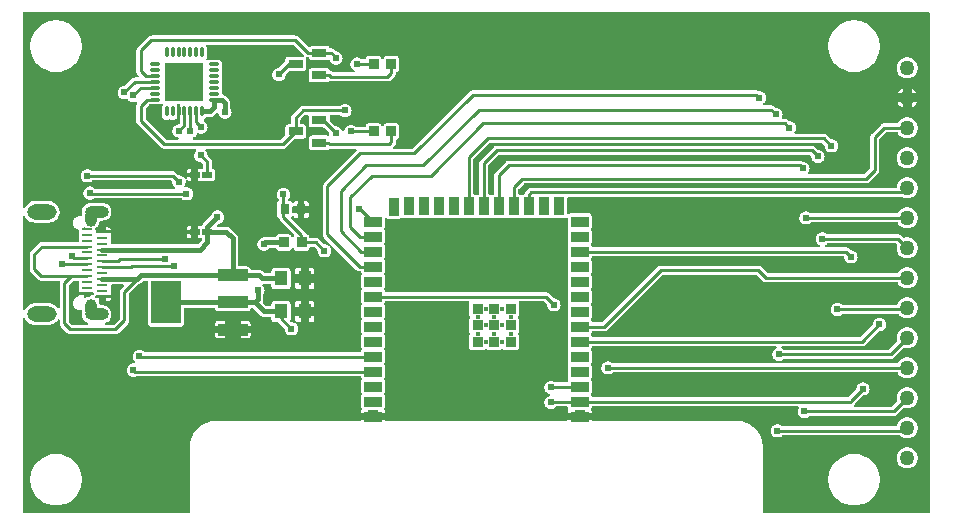
<source format=gtl>
G04 Layer: TopLayer*
G04 EasyEDA v6.5.22, 2023-04-11 14:51:41*
G04 09d7e0edd1714e2dabe8a3ea8b78781f,917733c78a1c4f138cc1705716371eb4,10*
G04 Gerber Generator version 0.2*
G04 Scale: 100 percent, Rotated: No, Reflected: No *
G04 Dimensions in inches *
G04 leading zeros omitted , absolute positions ,3 integer and 6 decimal *
%FSLAX36Y36*%
%MOIN*%

%AMMACRO1*21,1,$1,$2,0,0,$3*%
%ADD10C,0.0100*%
%ADD11C,0.0150*%
%ADD12MACRO1,0.0213X0.0311X90.0000*%
%ADD13R,0.0315X0.0354*%
%ADD14R,0.0433X0.0512*%
%ADD15R,0.0492X0.0276*%
%ADD16MACRO1,0.034X0.0318X90.0000*%
%ADD17R,0.0591X0.0354*%
%ADD18R,0.0354X0.0591*%
%ADD19R,0.0354X0.0354*%
%ADD20R,0.1260X0.1260*%
%ADD21O,0.035433X0.011024*%
%ADD22O,0.011024X0.035433*%
%ADD23MACRO1,0.0386X0.0972X90.0000*%
%ADD24MACRO1,0.1417X0.0972X-90.0000*%
%ADD25R,0.0374X0.0098*%
%ADD26C,0.0496*%
%ADD27O,0.098425X0.051181000000000004*%
%ADD28O,0.07873999999999999X0.039369999999999995*%
%ADD29O,0.039369999999999995X0.059054999999999996*%
%ADD30C,0.0157*%
%ADD31C,0.0240*%
%ADD32C,0.0122*%

%LPD*%
G36*
X-11240Y113560D02*
G01*
X-12860Y113900D01*
X-14200Y114860D01*
X-15040Y116260D01*
X-15240Y117920D01*
X-14740Y119500D01*
X-13660Y120760D01*
X-11720Y122220D01*
X-10220Y122920D01*
X-8580Y122960D01*
X-7040Y122340D01*
X-4880Y120860D01*
X-3720Y119640D01*
X-3160Y118059D01*
X-3320Y116380D01*
X-4140Y114900D01*
X-5500Y113920D01*
X-7140Y113560D01*
G37*

%LPD*%
G36*
X-48620Y-202060D02*
G01*
X-50160Y-201759D01*
X-51460Y-200880D01*
X-60199Y-192140D01*
X-61080Y-190859D01*
X-61380Y-189320D01*
X-61380Y-70220D01*
X-61080Y-68680D01*
X-60199Y-67400D01*
X-48560Y-55740D01*
X-47260Y-54880D01*
X-45720Y-54560D01*
X-32900Y-54560D01*
X-31380Y-54880D01*
X-30080Y-55740D01*
X-29200Y-57020D01*
X-28900Y-58560D01*
X-28900Y-63740D01*
X-28620Y-66240D01*
X-28160Y-67580D01*
X-27940Y-68880D01*
X-28160Y-70200D01*
X-28620Y-71540D01*
X-28900Y-74040D01*
X-28900Y-83420D01*
X-28620Y-85920D01*
X-28160Y-87240D01*
X-27940Y-88580D01*
X-28160Y-89900D01*
X-28620Y-91240D01*
X-28880Y-93440D01*
X-22000Y-93440D01*
X-18460Y-93859D01*
X17080Y-93859D01*
X18680Y-94179D01*
X20019Y-95140D01*
X20860Y-96540D01*
X21380Y-98040D01*
X21600Y-99560D01*
X21260Y-101039D01*
X20379Y-102260D01*
X19100Y-103080D01*
X17620Y-103379D01*
X11820Y-103379D01*
X11259Y-105000D01*
X10060Y-106240D01*
X8440Y-106860D01*
X4380Y-107480D01*
X100Y-108780D01*
X-3920Y-110719D01*
X-5600Y-111880D01*
X-7200Y-112520D01*
X-8920Y-112420D01*
X-10440Y-111640D01*
X-11480Y-110280D01*
X-11860Y-108560D01*
X-11860Y-103379D01*
X-28880Y-103379D01*
X-28940Y-104980D01*
X-29520Y-106280D01*
X-30520Y-107280D01*
X-31800Y-107880D01*
X-33900Y-108460D01*
X-37380Y-110100D01*
X-40519Y-112280D01*
X-43220Y-114980D01*
X-45420Y-118120D01*
X-47040Y-121620D01*
X-48040Y-125300D01*
X-48380Y-129140D01*
X-48040Y-132960D01*
X-47040Y-136640D01*
X-45420Y-140120D01*
X-43220Y-143260D01*
X-40519Y-145960D01*
X-37380Y-148180D01*
X-33900Y-149780D01*
X-30200Y-150780D01*
X-26380Y-151120D01*
X-23220Y-150860D01*
X-21580Y-151060D01*
X-20160Y-151880D01*
X-19200Y-153220D01*
X-18860Y-154820D01*
X-18860Y-156120D01*
X-18460Y-161160D01*
X-18780Y-163920D01*
X-18780Y-168359D01*
X-18100Y-172780D01*
X-16800Y-177040D01*
X-14860Y-181060D01*
X-12340Y-184760D01*
X-9300Y-188020D01*
X-5820Y-190799D01*
X-1940Y-193039D01*
X1360Y-194340D01*
X2680Y-195180D01*
X3580Y-196480D01*
X3900Y-198020D01*
X3600Y-199560D01*
X2740Y-200880D01*
X1440Y-201759D01*
X-100Y-202060D01*
G37*

%LPD*%
G36*
X61500Y-202060D02*
G01*
X59960Y-201759D01*
X58660Y-200880D01*
X57800Y-199560D01*
X57500Y-198020D01*
X57840Y-196480D01*
X58720Y-195180D01*
X60039Y-194340D01*
X63339Y-193039D01*
X67220Y-190799D01*
X70700Y-188020D01*
X73740Y-184760D01*
X76260Y-181060D01*
X78200Y-177040D01*
X79520Y-172780D01*
X80180Y-168359D01*
X80180Y-163920D01*
X79520Y-159500D01*
X78200Y-155220D01*
X76260Y-151180D01*
X73740Y-147500D01*
X70700Y-144220D01*
X67220Y-141440D01*
X63339Y-139200D01*
X59200Y-137600D01*
X54840Y-136580D01*
X50240Y-136240D01*
X44580Y-136240D01*
X43120Y-135960D01*
X41860Y-135180D01*
X40980Y-133980D01*
X39560Y-127800D01*
X37500Y-122600D01*
X37360Y-121560D01*
X37360Y-113219D01*
X30840Y-113219D01*
X29660Y-113040D01*
X28580Y-112520D01*
X25980Y-110740D01*
X24780Y-109460D01*
X24240Y-107780D01*
X24480Y-106060D01*
X25440Y-104580D01*
X26940Y-103660D01*
X28680Y-103460D01*
X30720Y-103699D01*
X67660Y-103699D01*
X71200Y-103280D01*
X78080Y-103280D01*
X77820Y-101060D01*
X77360Y-99740D01*
X77140Y-98420D01*
X77360Y-97080D01*
X77820Y-95760D01*
X78100Y-93260D01*
X78100Y-83880D01*
X77820Y-81380D01*
X77360Y-80040D01*
X77140Y-78740D01*
X77360Y-77400D01*
X77820Y-76060D01*
X78100Y-73580D01*
X78100Y-70900D01*
X78420Y-69380D01*
X79280Y-68080D01*
X80580Y-67220D01*
X82100Y-66900D01*
X117620Y-66900D01*
X119160Y-67220D01*
X120460Y-68080D01*
X121320Y-69380D01*
X121620Y-70900D01*
X121320Y-72440D01*
X120460Y-73740D01*
X112820Y-81380D01*
X110800Y-83820D01*
X109400Y-86460D01*
X108539Y-89320D01*
X108219Y-92460D01*
X108219Y-179320D01*
X107920Y-180859D01*
X107040Y-182140D01*
X88300Y-200880D01*
X87000Y-201759D01*
X85460Y-202060D01*
G37*

%LPC*%
G36*
X61060Y-123379D02*
G01*
X67680Y-123379D01*
X70180Y-123100D01*
X72320Y-122340D01*
X74260Y-121120D01*
X75860Y-119520D01*
X77080Y-117600D01*
X77820Y-115460D01*
X78080Y-113219D01*
X61060Y-113219D01*
G37*

%LPD*%
G36*
X-211759Y-830600D02*
G01*
X-213280Y-830300D01*
X-214579Y-829440D01*
X-215460Y-828160D01*
X-215760Y-826620D01*
X-215760Y-182640D01*
X-215460Y-181119D01*
X-214600Y-179840D01*
X-213320Y-178960D01*
X-211800Y-178640D01*
X-210260Y-178939D01*
X-208960Y-179780D01*
X-208080Y-181060D01*
X-207760Y-181820D01*
X-205219Y-185980D01*
X-202140Y-189760D01*
X-198580Y-193100D01*
X-194579Y-195920D01*
X-190240Y-198180D01*
X-185640Y-199800D01*
X-180859Y-200780D01*
X-175859Y-201119D01*
X-128880Y-201119D01*
X-123880Y-200780D01*
X-119100Y-199800D01*
X-114500Y-198180D01*
X-110160Y-195920D01*
X-106160Y-193100D01*
X-102600Y-189760D01*
X-99520Y-185980D01*
X-99200Y-185460D01*
X-98020Y-184200D01*
X-96420Y-183580D01*
X-94700Y-183680D01*
X-93180Y-184500D01*
X-92140Y-185859D01*
X-91780Y-187520D01*
X-91780Y-197060D01*
X-91460Y-200219D01*
X-90600Y-203060D01*
X-89200Y-205700D01*
X-87180Y-208160D01*
X-67460Y-227860D01*
X-65020Y-229899D01*
X-62380Y-231280D01*
X-59540Y-232140D01*
X-56380Y-232460D01*
X93219Y-232460D01*
X96380Y-232140D01*
X99220Y-231280D01*
X101860Y-229899D01*
X104300Y-227860D01*
X134020Y-198160D01*
X136040Y-195700D01*
X137440Y-193060D01*
X138300Y-190219D01*
X138620Y-187060D01*
X138620Y-100220D01*
X138920Y-98680D01*
X139800Y-97400D01*
X170200Y-67000D01*
X171740Y-66040D01*
X173619Y-65380D01*
X176480Y-63780D01*
X179120Y-61580D01*
X185140Y-55580D01*
X186420Y-54720D01*
X187960Y-54420D01*
X198980Y-54420D01*
X200520Y-54720D01*
X201820Y-55580D01*
X202680Y-56880D01*
X202979Y-58420D01*
X202979Y-197900D01*
X203260Y-200400D01*
X204020Y-202540D01*
X205219Y-204460D01*
X206840Y-206080D01*
X208760Y-207300D01*
X210920Y-208039D01*
X213400Y-208340D01*
X310200Y-208340D01*
X312700Y-208039D01*
X314840Y-207300D01*
X316780Y-206080D01*
X318380Y-204460D01*
X319600Y-202540D01*
X320340Y-200400D01*
X320620Y-197900D01*
X320620Y-148960D01*
X320940Y-147420D01*
X321800Y-146140D01*
X323100Y-145280D01*
X324620Y-144960D01*
X422480Y-144960D01*
X423900Y-145220D01*
X425140Y-145980D01*
X426040Y-147120D01*
X426500Y-148820D01*
X427239Y-150960D01*
X428459Y-152900D01*
X430060Y-154520D01*
X432000Y-155720D01*
X434140Y-156480D01*
X436640Y-156760D01*
X533440Y-156760D01*
X535920Y-156480D01*
X538080Y-155720D01*
X540000Y-154520D01*
X541620Y-152900D01*
X542820Y-150960D01*
X544040Y-147120D01*
X544920Y-145980D01*
X546160Y-145220D01*
X547580Y-144960D01*
X549440Y-144960D01*
X550960Y-145280D01*
X552260Y-146140D01*
X576400Y-170240D01*
X579120Y-172300D01*
X582040Y-173740D01*
X585180Y-174640D01*
X588600Y-174960D01*
X609440Y-174960D01*
X610980Y-175280D01*
X612280Y-176140D01*
X613140Y-177420D01*
X613440Y-178960D01*
X613440Y-182620D01*
X613720Y-185120D01*
X614480Y-187260D01*
X615700Y-189200D01*
X617300Y-190799D01*
X619240Y-192020D01*
X621380Y-192780D01*
X623880Y-193060D01*
X634900Y-193060D01*
X636440Y-193359D01*
X637740Y-194220D01*
X656720Y-213220D01*
X657520Y-214340D01*
X657880Y-215700D01*
X658160Y-218840D01*
X659160Y-222600D01*
X660780Y-226080D01*
X663000Y-229259D01*
X665740Y-232000D01*
X668900Y-234200D01*
X672420Y-235859D01*
X676140Y-236840D01*
X680000Y-237200D01*
X683860Y-236840D01*
X687580Y-235859D01*
X691100Y-234200D01*
X694260Y-232000D01*
X697000Y-229259D01*
X699220Y-226080D01*
X700840Y-222600D01*
X701840Y-218840D01*
X702180Y-215000D01*
X701840Y-211140D01*
X700840Y-207399D01*
X699220Y-203920D01*
X697000Y-200720D01*
X695460Y-199200D01*
X694599Y-197920D01*
X694280Y-196439D01*
X694560Y-194920D01*
X695360Y-193619D01*
X696620Y-192740D01*
X698100Y-192399D01*
X700120Y-192780D01*
X702620Y-193060D01*
X710720Y-193060D01*
X710720Y-172580D01*
X692180Y-172580D01*
X692180Y-182620D01*
X692460Y-185120D01*
X693220Y-187260D01*
X694440Y-189220D01*
X695020Y-190840D01*
X694880Y-192520D01*
X694060Y-194000D01*
X692700Y-195000D01*
X691020Y-195340D01*
X689380Y-194980D01*
X687580Y-194140D01*
X683860Y-193160D01*
X680699Y-192860D01*
X679340Y-192500D01*
X678220Y-191700D01*
X677280Y-190780D01*
X676440Y-189560D01*
X676120Y-188100D01*
X676340Y-186640D01*
X676880Y-185120D01*
X677159Y-182620D01*
X677159Y-131900D01*
X676880Y-129400D01*
X676120Y-127260D01*
X674900Y-125320D01*
X673300Y-123740D01*
X671360Y-122500D01*
X669220Y-121740D01*
X666720Y-121460D01*
X623880Y-121460D01*
X621380Y-121740D01*
X619240Y-122500D01*
X617300Y-123740D01*
X615700Y-125320D01*
X614480Y-127260D01*
X613720Y-129400D01*
X613440Y-131900D01*
X613440Y-135560D01*
X613140Y-137100D01*
X612280Y-138380D01*
X610980Y-139260D01*
X609440Y-139560D01*
X597400Y-139560D01*
X595880Y-139260D01*
X594580Y-138380D01*
X585300Y-129120D01*
X584420Y-127780D01*
X584120Y-126240D01*
X584480Y-124660D01*
X584880Y-123740D01*
X585800Y-120500D01*
X586120Y-117080D01*
X586120Y-101800D01*
X586300Y-100580D01*
X586840Y-99500D01*
X587640Y-98360D01*
X589260Y-94840D01*
X590260Y-91120D01*
X590600Y-87260D01*
X590260Y-83400D01*
X589260Y-79700D01*
X587640Y-76160D01*
X585420Y-73000D01*
X584200Y-71800D01*
X583340Y-70500D01*
X583040Y-68960D01*
X583340Y-67420D01*
X584200Y-66140D01*
X585500Y-65279D01*
X587040Y-64960D01*
X609440Y-64960D01*
X610980Y-65279D01*
X612280Y-66140D01*
X613140Y-67420D01*
X613440Y-68960D01*
X613440Y-72620D01*
X613720Y-75120D01*
X614480Y-77260D01*
X615700Y-79200D01*
X617300Y-80800D01*
X619240Y-82020D01*
X621380Y-82780D01*
X623880Y-83059D01*
X666720Y-83059D01*
X669220Y-82780D01*
X671360Y-82020D01*
X673300Y-80800D01*
X674900Y-79200D01*
X676120Y-77260D01*
X676880Y-75120D01*
X677159Y-72620D01*
X677159Y-21900D01*
X676880Y-19400D01*
X676120Y-17260D01*
X674900Y-15320D01*
X673300Y-13740D01*
X671360Y-12500D01*
X669220Y-11740D01*
X666720Y-11459D01*
X623880Y-11459D01*
X621380Y-11740D01*
X619240Y-12500D01*
X617300Y-13740D01*
X615700Y-15320D01*
X614480Y-17260D01*
X613720Y-19400D01*
X613440Y-21900D01*
X613440Y-25560D01*
X613140Y-27100D01*
X612280Y-28380D01*
X610980Y-29260D01*
X609440Y-29560D01*
X592400Y-29560D01*
X590880Y-29260D01*
X589580Y-28400D01*
X584860Y-23700D01*
X582180Y-21680D01*
X579260Y-20219D01*
X576120Y-19320D01*
X572680Y-19020D01*
X547580Y-19020D01*
X546160Y-18740D01*
X544920Y-18000D01*
X544040Y-16840D01*
X543580Y-15160D01*
X542820Y-13000D01*
X541620Y-11080D01*
X540000Y-9460D01*
X538080Y-8260D01*
X535920Y-7500D01*
X533440Y-7220D01*
X506740Y-7220D01*
X505200Y-6919D01*
X503900Y-6060D01*
X503040Y-4740D01*
X502720Y-3220D01*
X502720Y86800D01*
X502239Y90180D01*
X501200Y93280D01*
X499620Y96120D01*
X497420Y98760D01*
X475439Y120700D01*
X472720Y122780D01*
X469799Y124220D01*
X466659Y125100D01*
X463240Y125440D01*
X435800Y125440D01*
X434280Y125740D01*
X432980Y126620D01*
X432120Y127899D01*
X431800Y129440D01*
X432120Y130980D01*
X432980Y132260D01*
X435600Y134880D01*
X436420Y135500D01*
X437400Y135920D01*
X441000Y136900D01*
X444520Y138520D01*
X447680Y140740D01*
X450420Y143480D01*
X452640Y146640D01*
X454260Y150160D01*
X455260Y153880D01*
X455600Y157740D01*
X455260Y161600D01*
X454260Y165300D01*
X452640Y168840D01*
X450420Y172000D01*
X447680Y174720D01*
X444520Y176960D01*
X441000Y178560D01*
X437280Y179579D01*
X433420Y179899D01*
X429560Y179579D01*
X425840Y178560D01*
X422320Y176960D01*
X419159Y174720D01*
X416420Y172000D01*
X414200Y168840D01*
X412580Y165300D01*
X411599Y161720D01*
X411200Y160740D01*
X410560Y159900D01*
X386900Y136220D01*
X384820Y133480D01*
X383680Y131320D01*
X383280Y130239D01*
X382320Y128760D01*
X380860Y127860D01*
X379739Y127480D01*
X378420Y127260D01*
X377100Y127480D01*
X374780Y128280D01*
X372280Y128560D01*
X367239Y128560D01*
X367239Y115559D01*
X370120Y115559D01*
X371659Y115260D01*
X372960Y114380D01*
X373820Y113080D01*
X374120Y111560D01*
X374120Y103920D01*
X373820Y102400D01*
X372960Y101080D01*
X371659Y100220D01*
X370120Y99900D01*
X367239Y99900D01*
X367239Y86900D01*
X372280Y86900D01*
X374780Y87200D01*
X376840Y87920D01*
X378340Y88140D01*
X379799Y87780D01*
X381040Y86920D01*
X381860Y85660D01*
X382160Y84200D01*
X382180Y83240D01*
X381880Y81660D01*
X381000Y80360D01*
X368740Y68100D01*
X367460Y67220D01*
X365920Y66920D01*
X82100Y66920D01*
X80580Y67220D01*
X79280Y68100D01*
X78420Y69400D01*
X78100Y70920D01*
X78100Y73580D01*
X77820Y76080D01*
X77360Y77420D01*
X77140Y78760D01*
X77360Y80079D01*
X77820Y81420D01*
X78100Y83900D01*
X78100Y93300D01*
X77820Y95780D01*
X77360Y97120D01*
X77140Y98440D01*
X77360Y99760D01*
X77820Y101080D01*
X78080Y103320D01*
X71200Y103320D01*
X67660Y103720D01*
X32120Y103720D01*
X30520Y104060D01*
X29180Y105000D01*
X28340Y106400D01*
X27820Y107920D01*
X27599Y109420D01*
X27940Y110879D01*
X28820Y112140D01*
X30099Y112960D01*
X31160Y113160D01*
X28580Y113160D01*
X26940Y113520D01*
X25580Y114520D01*
X24760Y115980D01*
X24620Y117660D01*
X25179Y119240D01*
X26340Y120460D01*
X29160Y122380D01*
X30219Y122899D01*
X31400Y123080D01*
X32900Y123080D01*
X34420Y122780D01*
X35720Y121900D01*
X36600Y120620D01*
X36900Y119080D01*
X36900Y117160D01*
X36600Y115620D01*
X35720Y114320D01*
X34420Y113460D01*
X33300Y113240D01*
X37360Y113240D01*
X37360Y123880D01*
X36140Y124900D01*
X35400Y126300D01*
X35280Y127899D01*
X35780Y129400D01*
X37940Y133120D01*
X39560Y137280D01*
X40980Y143460D01*
X41860Y144660D01*
X43120Y145440D01*
X44580Y145700D01*
X50240Y145700D01*
X54840Y146060D01*
X59200Y147040D01*
X63360Y148700D01*
X67220Y150920D01*
X70700Y153700D01*
X73740Y156980D01*
X76260Y160660D01*
X78200Y164700D01*
X79520Y168939D01*
X80180Y173359D01*
X80180Y177840D01*
X79520Y182260D01*
X78200Y186520D01*
X76260Y190539D01*
X73740Y194240D01*
X70700Y197500D01*
X67220Y200280D01*
X63360Y202520D01*
X59200Y204140D01*
X54840Y205120D01*
X50240Y205479D01*
X11160Y205479D01*
X6560Y205120D01*
X2220Y204140D01*
X-1940Y202520D01*
X-5800Y200280D01*
X-9300Y197500D01*
X-12340Y194240D01*
X-14860Y190539D01*
X-16780Y186520D01*
X-18100Y182260D01*
X-18780Y177840D01*
X-18780Y173320D01*
X-18500Y170500D01*
X-18860Y165620D01*
X-18860Y164300D01*
X-19200Y162700D01*
X-20160Y161360D01*
X-21580Y160500D01*
X-23220Y160300D01*
X-26380Y160600D01*
X-30200Y160260D01*
X-33900Y159260D01*
X-37380Y157620D01*
X-40519Y155440D01*
X-43220Y152740D01*
X-45420Y149600D01*
X-47040Y146120D01*
X-48040Y142400D01*
X-48380Y138580D01*
X-48040Y134780D01*
X-47040Y131060D01*
X-45420Y127600D01*
X-43220Y124460D01*
X-40519Y121760D01*
X-37380Y119540D01*
X-33900Y117940D01*
X-31860Y117380D01*
X-30440Y116660D01*
X-29400Y115460D01*
X-28920Y113920D01*
X-28620Y110920D01*
X-28160Y109600D01*
X-27940Y108280D01*
X-28160Y106960D01*
X-28620Y105620D01*
X-28900Y103140D01*
X-28900Y93740D01*
X-28620Y91260D01*
X-28160Y89900D01*
X-27940Y88580D01*
X-28160Y87280D01*
X-28620Y85940D01*
X-28900Y83440D01*
X-28900Y78240D01*
X-29200Y76700D01*
X-30080Y75420D01*
X-31380Y74520D01*
X-32900Y74240D01*
X-151380Y74240D01*
X-154540Y73920D01*
X-157380Y73060D01*
X-160020Y71640D01*
X-162460Y69640D01*
X-187180Y44900D01*
X-189200Y42480D01*
X-190600Y39840D01*
X-191460Y37000D01*
X-191780Y33840D01*
X-191780Y-16259D01*
X-191460Y-19420D01*
X-190600Y-22260D01*
X-189200Y-24900D01*
X-187180Y-27340D01*
X-164560Y-49960D01*
X-162120Y-52000D01*
X-159480Y-53380D01*
X-156640Y-54240D01*
X-153480Y-54560D01*
X-95420Y-54560D01*
X-93800Y-54900D01*
X-92460Y-55880D01*
X-91620Y-57300D01*
X-91440Y-58960D01*
X-91780Y-62460D01*
X-91780Y-143160D01*
X-92140Y-144820D01*
X-93180Y-146200D01*
X-94700Y-147020D01*
X-96420Y-147100D01*
X-98020Y-146460D01*
X-99200Y-145220D01*
X-99520Y-144720D01*
X-102600Y-140920D01*
X-106160Y-137600D01*
X-110160Y-134760D01*
X-114500Y-132520D01*
X-119100Y-130879D01*
X-123880Y-129900D01*
X-128880Y-129540D01*
X-175859Y-129540D01*
X-180859Y-129900D01*
X-185640Y-130879D01*
X-190240Y-132520D01*
X-194579Y-134760D01*
X-198580Y-137600D01*
X-202140Y-140920D01*
X-205219Y-144720D01*
X-207760Y-148880D01*
X-208080Y-149620D01*
X-208960Y-150900D01*
X-210260Y-151740D01*
X-211800Y-152040D01*
X-213320Y-151720D01*
X-214600Y-150860D01*
X-215460Y-149560D01*
X-215760Y-148040D01*
X-215760Y157520D01*
X-215460Y159040D01*
X-214600Y160340D01*
X-213320Y161200D01*
X-211800Y161520D01*
X-210260Y161220D01*
X-208960Y160380D01*
X-208080Y159100D01*
X-207760Y158360D01*
X-205219Y154160D01*
X-202140Y150400D01*
X-198580Y147040D01*
X-194579Y144240D01*
X-190240Y142000D01*
X-185640Y140360D01*
X-180859Y139380D01*
X-175859Y139020D01*
X-128880Y139020D01*
X-123880Y139380D01*
X-119100Y140360D01*
X-114500Y142000D01*
X-110160Y144240D01*
X-106160Y147040D01*
X-102600Y150400D01*
X-99520Y154160D01*
X-96980Y158360D01*
X-95040Y162840D01*
X-93720Y167540D01*
X-93040Y172380D01*
X-93040Y177260D01*
X-93720Y182100D01*
X-95040Y186800D01*
X-96980Y191260D01*
X-99520Y195460D01*
X-102600Y199240D01*
X-106160Y202580D01*
X-110160Y205400D01*
X-114500Y207620D01*
X-119100Y209280D01*
X-123880Y210260D01*
X-128880Y210600D01*
X-175859Y210600D01*
X-180859Y210260D01*
X-185640Y209280D01*
X-190240Y207620D01*
X-194579Y205400D01*
X-198580Y202580D01*
X-202140Y199240D01*
X-205219Y195460D01*
X-207760Y191260D01*
X-208080Y190500D01*
X-208960Y189259D01*
X-210260Y188380D01*
X-211800Y188120D01*
X-213320Y188440D01*
X-214600Y189300D01*
X-215460Y190600D01*
X-215760Y192120D01*
X-215760Y836000D01*
X-215460Y837520D01*
X-214579Y838820D01*
X-213280Y839680D01*
X-211759Y840000D01*
X2804840Y840000D01*
X2806360Y839680D01*
X2807660Y838820D01*
X2808540Y837520D01*
X2808840Y836000D01*
X2808840Y-826620D01*
X2808540Y-828160D01*
X2807660Y-829440D01*
X2806360Y-830300D01*
X2804840Y-830600D01*
X2255620Y-830600D01*
X2254080Y-830300D01*
X2252800Y-829440D01*
X2251920Y-828160D01*
X2251620Y-826620D01*
X2251620Y-610580D01*
X2251240Y-602340D01*
X2250000Y-593700D01*
X2247940Y-585220D01*
X2245060Y-577000D01*
X2244620Y-575920D01*
X2240840Y-568060D01*
X2236300Y-560600D01*
X2231060Y-553640D01*
X2225160Y-547200D01*
X2218640Y-541380D01*
X2212560Y-536860D01*
X2205100Y-532340D01*
X2197240Y-528560D01*
X2189040Y-525560D01*
X2187940Y-525220D01*
X2180600Y-523380D01*
X2171960Y-522040D01*
X2162580Y-521560D01*
X1684640Y-521560D01*
X1683020Y-521200D01*
X1681680Y-520240D01*
X1680840Y-518820D01*
X1657960Y-518820D01*
X1657140Y-520240D01*
X1655800Y-521200D01*
X1654180Y-521560D01*
X1627640Y-521560D01*
X1626020Y-521200D01*
X1624680Y-520240D01*
X1623839Y-518820D01*
X1600980Y-518820D01*
X1600140Y-520240D01*
X1598800Y-521200D01*
X1597180Y-521560D01*
X995660Y-521560D01*
X994040Y-521200D01*
X992700Y-520240D01*
X991860Y-518820D01*
X969000Y-518820D01*
X968160Y-520240D01*
X966820Y-521200D01*
X965200Y-521560D01*
X938660Y-521560D01*
X937039Y-521200D01*
X935699Y-520240D01*
X934880Y-518820D01*
X912000Y-518820D01*
X911160Y-520240D01*
X909820Y-521200D01*
X908199Y-521560D01*
X430500Y-521560D01*
X421120Y-522040D01*
X412480Y-523380D01*
X405140Y-525220D01*
X396900Y-528120D01*
X395840Y-528560D01*
X387980Y-532340D01*
X380520Y-536860D01*
X373540Y-542120D01*
X367920Y-547200D01*
X362020Y-553640D01*
X356780Y-560600D01*
X352239Y-568060D01*
X348459Y-575920D01*
X345140Y-585220D01*
X343080Y-593700D01*
X341840Y-602340D01*
X341460Y-610580D01*
X341460Y-826620D01*
X341160Y-828160D01*
X340300Y-829440D01*
X339000Y-830300D01*
X337460Y-830600D01*
G37*

%LPC*%
G36*
X2555540Y-803860D02*
G01*
X2563480Y-803500D01*
X2571360Y-802400D01*
X2579100Y-800580D01*
X2586620Y-798060D01*
X2593900Y-794840D01*
X2600840Y-790980D01*
X2607400Y-786480D01*
X2613519Y-781420D01*
X2619140Y-775780D01*
X2624220Y-769659D01*
X2628720Y-763100D01*
X2632580Y-756160D01*
X2635779Y-748920D01*
X2638320Y-741360D01*
X2640140Y-733620D01*
X2641240Y-725740D01*
X2641600Y-717800D01*
X2641240Y-709880D01*
X2640140Y-702020D01*
X2638320Y-694260D01*
X2635779Y-686720D01*
X2632580Y-679440D01*
X2628720Y-672500D01*
X2624220Y-665939D01*
X2619140Y-659820D01*
X2613519Y-654200D01*
X2607400Y-649140D01*
X2600840Y-644640D01*
X2593900Y-640759D01*
X2586620Y-637580D01*
X2579100Y-635020D01*
X2571360Y-633200D01*
X2563480Y-632100D01*
X2555540Y-631740D01*
X2547600Y-632100D01*
X2539720Y-633200D01*
X2531980Y-635020D01*
X2524440Y-637580D01*
X2517180Y-640759D01*
X2510240Y-644640D01*
X2503680Y-649140D01*
X2497560Y-654200D01*
X2491940Y-659820D01*
X2486860Y-665939D01*
X2482360Y-672500D01*
X2478500Y-679440D01*
X2475280Y-686720D01*
X2472760Y-694260D01*
X2470940Y-702020D01*
X2469840Y-709880D01*
X2469480Y-717800D01*
X2469840Y-725740D01*
X2470940Y-733620D01*
X2472760Y-741360D01*
X2475280Y-748920D01*
X2478500Y-756160D01*
X2482360Y-763100D01*
X2486860Y-769659D01*
X2491940Y-775780D01*
X2497560Y-781420D01*
X2503680Y-786480D01*
X2510240Y-790980D01*
X2517180Y-794840D01*
X2524440Y-798060D01*
X2531980Y-800580D01*
X2539720Y-802400D01*
X2547600Y-803500D01*
G37*
G36*
X-104460Y-803860D02*
G01*
X-96519Y-803500D01*
X-88640Y-802400D01*
X-80900Y-800580D01*
X-73360Y-798060D01*
X-66100Y-794840D01*
X-59140Y-790980D01*
X-52600Y-786480D01*
X-46480Y-781420D01*
X-40860Y-775780D01*
X-35780Y-769659D01*
X-31280Y-763100D01*
X-27420Y-756160D01*
X-24200Y-748920D01*
X-21680Y-741360D01*
X-19860Y-733620D01*
X-18760Y-725740D01*
X-18400Y-717800D01*
X-18760Y-709880D01*
X-19860Y-702020D01*
X-21680Y-694260D01*
X-24200Y-686720D01*
X-27420Y-679440D01*
X-31280Y-672500D01*
X-35780Y-665939D01*
X-40860Y-659820D01*
X-46480Y-654200D01*
X-52600Y-649140D01*
X-59140Y-644640D01*
X-66100Y-640759D01*
X-73360Y-637580D01*
X-80900Y-635020D01*
X-88640Y-633200D01*
X-96519Y-632100D01*
X-104460Y-631740D01*
X-112400Y-632100D01*
X-120260Y-633200D01*
X-128000Y-635020D01*
X-135540Y-637580D01*
X-142820Y-640759D01*
X-149760Y-644640D01*
X-156320Y-649140D01*
X-162440Y-654200D01*
X-168060Y-659820D01*
X-173140Y-665939D01*
X-177620Y-672500D01*
X-181500Y-679440D01*
X-184700Y-686720D01*
X-187240Y-694260D01*
X-189060Y-702020D01*
X-190140Y-709880D01*
X-190520Y-717800D01*
X-190140Y-725740D01*
X-189060Y-733620D01*
X-187240Y-741360D01*
X-184700Y-748920D01*
X-181500Y-756160D01*
X-177620Y-763100D01*
X-173140Y-769659D01*
X-168060Y-775780D01*
X-162440Y-781420D01*
X-156320Y-786480D01*
X-149760Y-790980D01*
X-142820Y-794840D01*
X-135540Y-798060D01*
X-128000Y-800580D01*
X-120260Y-802400D01*
X-112400Y-803500D01*
G37*
G36*
X2732919Y-680280D02*
G01*
X2737900Y-679900D01*
X2742780Y-678840D01*
X2747460Y-677080D01*
X2751840Y-674700D01*
X2755840Y-671700D01*
X2759360Y-668180D01*
X2762360Y-664180D01*
X2764760Y-659800D01*
X2766500Y-655120D01*
X2767559Y-650240D01*
X2767919Y-645280D01*
X2767559Y-640280D01*
X2766500Y-635400D01*
X2764760Y-630720D01*
X2762360Y-626340D01*
X2759360Y-622340D01*
X2755840Y-618820D01*
X2751840Y-615840D01*
X2747460Y-613420D01*
X2742780Y-611680D01*
X2737900Y-610620D01*
X2732919Y-610280D01*
X2727940Y-610620D01*
X2723060Y-611680D01*
X2718380Y-613420D01*
X2714000Y-615840D01*
X2710000Y-618820D01*
X2706480Y-622340D01*
X2703480Y-626340D01*
X2701080Y-630720D01*
X2699340Y-635400D01*
X2698279Y-640280D01*
X2697919Y-645280D01*
X2698279Y-650240D01*
X2699340Y-655120D01*
X2701080Y-659800D01*
X2703480Y-664180D01*
X2706480Y-668180D01*
X2710000Y-671700D01*
X2714000Y-674700D01*
X2718380Y-677080D01*
X2723060Y-678840D01*
X2727940Y-679900D01*
G37*
G36*
X2732919Y-580280D02*
G01*
X2737900Y-579900D01*
X2742780Y-578840D01*
X2747460Y-577080D01*
X2751840Y-574700D01*
X2755840Y-571700D01*
X2759360Y-568180D01*
X2762360Y-564180D01*
X2764760Y-559800D01*
X2766500Y-555120D01*
X2767559Y-550240D01*
X2767919Y-545280D01*
X2767559Y-540280D01*
X2766500Y-535400D01*
X2764760Y-530720D01*
X2762360Y-526340D01*
X2759360Y-522340D01*
X2755840Y-518820D01*
X2751840Y-515840D01*
X2747460Y-513420D01*
X2742780Y-511680D01*
X2737900Y-510620D01*
X2732919Y-510280D01*
X2727940Y-510620D01*
X2723060Y-511680D01*
X2718380Y-513420D01*
X2714000Y-515840D01*
X2710000Y-518820D01*
X2706480Y-522340D01*
X2703480Y-526340D01*
X2701080Y-530720D01*
X2699340Y-535400D01*
X2699080Y-536640D01*
X2698560Y-537900D01*
X2697679Y-538920D01*
X2696500Y-539560D01*
X2695160Y-539800D01*
X2317720Y-539800D01*
X2316180Y-539500D01*
X2314880Y-538620D01*
X2314260Y-538000D01*
X2311100Y-535780D01*
X2307580Y-534140D01*
X2303860Y-533160D01*
X2300000Y-532800D01*
X2296140Y-533160D01*
X2292420Y-534140D01*
X2288900Y-535780D01*
X2285740Y-538000D01*
X2283000Y-540720D01*
X2280780Y-543920D01*
X2279160Y-547400D01*
X2278160Y-551140D01*
X2277820Y-555000D01*
X2278160Y-558840D01*
X2279160Y-562600D01*
X2280780Y-566080D01*
X2283000Y-569260D01*
X2285740Y-572000D01*
X2288900Y-574200D01*
X2292420Y-575860D01*
X2296140Y-576840D01*
X2300000Y-577200D01*
X2303860Y-576840D01*
X2307580Y-575860D01*
X2311100Y-574200D01*
X2314260Y-572000D01*
X2314880Y-571360D01*
X2316180Y-570500D01*
X2317720Y-570200D01*
X2706840Y-570200D01*
X2708360Y-570500D01*
X2714000Y-574700D01*
X2718380Y-577080D01*
X2723060Y-578840D01*
X2727940Y-579900D01*
G37*
G36*
X2390000Y-512200D02*
G01*
X2393860Y-511840D01*
X2397580Y-510860D01*
X2401100Y-509200D01*
X2404260Y-507000D01*
X2404880Y-506360D01*
X2406180Y-505500D01*
X2407720Y-505200D01*
X2688000Y-505200D01*
X2691160Y-504900D01*
X2694000Y-504020D01*
X2696620Y-502620D01*
X2699080Y-500600D01*
X2719700Y-479980D01*
X2720779Y-479219D01*
X2722040Y-478840D01*
X2723380Y-478920D01*
X2727940Y-479900D01*
X2732919Y-480280D01*
X2737900Y-479900D01*
X2742780Y-478840D01*
X2747460Y-477080D01*
X2751840Y-474700D01*
X2755840Y-471700D01*
X2759360Y-468180D01*
X2762360Y-464180D01*
X2764760Y-459799D01*
X2766500Y-455120D01*
X2767559Y-450240D01*
X2767919Y-445280D01*
X2767559Y-440280D01*
X2766500Y-435400D01*
X2764760Y-430720D01*
X2762360Y-426340D01*
X2759360Y-422340D01*
X2755840Y-418820D01*
X2751840Y-415840D01*
X2747460Y-413420D01*
X2742780Y-411680D01*
X2737900Y-410620D01*
X2732919Y-410280D01*
X2727940Y-410620D01*
X2723060Y-411680D01*
X2718380Y-413420D01*
X2714000Y-415840D01*
X2710000Y-418820D01*
X2706480Y-422340D01*
X2703480Y-426340D01*
X2701080Y-430720D01*
X2699340Y-435400D01*
X2698279Y-440280D01*
X2697919Y-445280D01*
X2698279Y-450240D01*
X2699280Y-454799D01*
X2699340Y-456140D01*
X2698960Y-457400D01*
X2698200Y-458480D01*
X2683060Y-473620D01*
X2681760Y-474500D01*
X2680240Y-474799D01*
X2558780Y-474799D01*
X2557300Y-474520D01*
X2556040Y-473700D01*
X2555160Y-472500D01*
X2554780Y-471060D01*
X2554960Y-469560D01*
X2555680Y-468260D01*
X2557620Y-465880D01*
X2559480Y-462200D01*
X2560080Y-461420D01*
X2583220Y-438280D01*
X2584360Y-437480D01*
X2585700Y-437120D01*
X2588860Y-436840D01*
X2592580Y-435860D01*
X2596100Y-434200D01*
X2599260Y-432000D01*
X2602000Y-429260D01*
X2604220Y-426079D01*
X2605840Y-422600D01*
X2606840Y-418840D01*
X2607180Y-415000D01*
X2606840Y-411140D01*
X2605840Y-407400D01*
X2604220Y-403920D01*
X2602000Y-400720D01*
X2599260Y-398000D01*
X2596100Y-395780D01*
X2592580Y-394140D01*
X2588860Y-393160D01*
X2585000Y-392800D01*
X2581139Y-393160D01*
X2577420Y-394140D01*
X2573900Y-395780D01*
X2570740Y-398000D01*
X2568000Y-400720D01*
X2565779Y-403920D01*
X2564160Y-407400D01*
X2563159Y-411140D01*
X2562880Y-414320D01*
X2562520Y-415660D01*
X2561720Y-416800D01*
X2537420Y-441079D01*
X2536120Y-441960D01*
X2534580Y-442260D01*
X1684460Y-442260D01*
X1683040Y-442020D01*
X1681800Y-441240D01*
X1680920Y-440100D01*
X1680500Y-438700D01*
X1680360Y-437480D01*
X1679600Y-435319D01*
X1679139Y-434580D01*
X1678600Y-433200D01*
X1678600Y-431719D01*
X1679139Y-430319D01*
X1679600Y-429580D01*
X1680360Y-427440D01*
X1680640Y-424940D01*
X1680640Y-389960D01*
X1680360Y-387480D01*
X1679600Y-385319D01*
X1679139Y-384580D01*
X1678600Y-383200D01*
X1678600Y-381719D01*
X1679139Y-380319D01*
X1679600Y-379580D01*
X1680360Y-377440D01*
X1680640Y-374940D01*
X1680640Y-339960D01*
X1680360Y-337480D01*
X1679600Y-335319D01*
X1679139Y-334580D01*
X1678600Y-333200D01*
X1678600Y-331719D01*
X1679139Y-330319D01*
X1679600Y-329580D01*
X1680360Y-327440D01*
X1680640Y-324940D01*
X1680640Y-289960D01*
X1680360Y-287480D01*
X1679600Y-285320D01*
X1679139Y-284580D01*
X1678600Y-283200D01*
X1678600Y-281720D01*
X1679139Y-280320D01*
X1679600Y-279580D01*
X1680360Y-277440D01*
X1680500Y-276200D01*
X1680920Y-274820D01*
X1681800Y-273680D01*
X1683040Y-272920D01*
X1684460Y-272660D01*
X2293280Y-272660D01*
X2294800Y-272980D01*
X2296080Y-273800D01*
X2296940Y-275080D01*
X2297280Y-276560D01*
X2297020Y-278060D01*
X2296220Y-279380D01*
X2294980Y-280280D01*
X2293900Y-280780D01*
X2290740Y-283000D01*
X2288000Y-285720D01*
X2285780Y-288920D01*
X2284160Y-292400D01*
X2283160Y-296140D01*
X2282820Y-300000D01*
X2283160Y-303840D01*
X2284160Y-307600D01*
X2285780Y-311080D01*
X2288000Y-314260D01*
X2290740Y-317000D01*
X2293900Y-319200D01*
X2297420Y-320860D01*
X2301140Y-321840D01*
X2302380Y-321940D01*
X2304040Y-322460D01*
X2305000Y-323360D01*
X2305940Y-322460D01*
X2307600Y-321940D01*
X2308860Y-321840D01*
X2312580Y-320860D01*
X2316100Y-319200D01*
X2319260Y-317000D01*
X2319880Y-316360D01*
X2321180Y-315500D01*
X2322720Y-315200D01*
X2678000Y-315200D01*
X2681160Y-314900D01*
X2684000Y-314020D01*
X2686620Y-312620D01*
X2689080Y-310600D01*
X2719700Y-279980D01*
X2720779Y-279220D01*
X2722040Y-278840D01*
X2723380Y-278920D01*
X2727940Y-279900D01*
X2732919Y-280280D01*
X2737900Y-279900D01*
X2742780Y-278840D01*
X2747460Y-277080D01*
X2751840Y-274720D01*
X2755840Y-271700D01*
X2759360Y-268180D01*
X2762360Y-264180D01*
X2764760Y-259800D01*
X2766500Y-255120D01*
X2767559Y-250240D01*
X2767919Y-245280D01*
X2767559Y-240280D01*
X2766500Y-235400D01*
X2764760Y-230720D01*
X2762360Y-226340D01*
X2759360Y-222340D01*
X2755840Y-218820D01*
X2751840Y-215840D01*
X2747460Y-213420D01*
X2742780Y-211680D01*
X2737900Y-210620D01*
X2732919Y-210280D01*
X2727940Y-210620D01*
X2723060Y-211680D01*
X2718380Y-213420D01*
X2714000Y-215840D01*
X2710000Y-218820D01*
X2706480Y-222340D01*
X2703480Y-226340D01*
X2701080Y-230720D01*
X2699340Y-235400D01*
X2698279Y-240280D01*
X2697919Y-245280D01*
X2698279Y-250240D01*
X2699280Y-254800D01*
X2699340Y-256140D01*
X2698960Y-257399D01*
X2698200Y-258480D01*
X2673060Y-283620D01*
X2671760Y-284500D01*
X2670240Y-284800D01*
X2322720Y-284800D01*
X2321180Y-284500D01*
X2319880Y-283620D01*
X2319260Y-283000D01*
X2316100Y-280780D01*
X2315020Y-280280D01*
X2313780Y-279380D01*
X2312980Y-278060D01*
X2312720Y-276560D01*
X2313060Y-275080D01*
X2313920Y-273800D01*
X2315200Y-272980D01*
X2316720Y-272660D01*
X2582340Y-272660D01*
X2585500Y-272340D01*
X2588340Y-271480D01*
X2590960Y-270100D01*
X2593420Y-268060D01*
X2638220Y-223280D01*
X2639340Y-222480D01*
X2640700Y-222120D01*
X2643860Y-221840D01*
X2647580Y-220859D01*
X2651100Y-219200D01*
X2654260Y-217000D01*
X2657000Y-214259D01*
X2659220Y-211080D01*
X2660840Y-207600D01*
X2661840Y-203840D01*
X2662180Y-200000D01*
X2661840Y-196140D01*
X2660840Y-192399D01*
X2659220Y-188920D01*
X2657000Y-185720D01*
X2654260Y-183000D01*
X2651100Y-180780D01*
X2647580Y-179140D01*
X2643860Y-178160D01*
X2640000Y-177800D01*
X2636139Y-178160D01*
X2632420Y-179140D01*
X2628900Y-180780D01*
X2625740Y-183000D01*
X2623000Y-185720D01*
X2620779Y-188920D01*
X2619160Y-192399D01*
X2618159Y-196140D01*
X2617880Y-199320D01*
X2617520Y-200660D01*
X2616720Y-201759D01*
X2577400Y-241080D01*
X2576100Y-241960D01*
X2574580Y-242260D01*
X1684460Y-242260D01*
X1683040Y-242020D01*
X1681800Y-241240D01*
X1680920Y-240100D01*
X1680500Y-238700D01*
X1680360Y-237480D01*
X1679600Y-235320D01*
X1679139Y-234579D01*
X1678600Y-233200D01*
X1678600Y-231720D01*
X1679139Y-230320D01*
X1679600Y-229579D01*
X1680360Y-227440D01*
X1680500Y-226240D01*
X1680920Y-224820D01*
X1681800Y-223680D01*
X1683040Y-222920D01*
X1684460Y-222659D01*
X1722320Y-222659D01*
X1725480Y-222340D01*
X1728320Y-221480D01*
X1730960Y-220100D01*
X1733400Y-218060D01*
X1915740Y-35740D01*
X1917040Y-34880D01*
X1918580Y-34560D01*
X2228860Y-34560D01*
X2230400Y-34880D01*
X2231700Y-35740D01*
X2251540Y-55560D01*
X2253980Y-57600D01*
X2256600Y-58980D01*
X2259440Y-59840D01*
X2262600Y-60160D01*
X2699060Y-60460D01*
X2700460Y-60700D01*
X2701680Y-61440D01*
X2702580Y-62520D01*
X2703480Y-64180D01*
X2706480Y-68180D01*
X2710000Y-71700D01*
X2714000Y-74720D01*
X2718380Y-77100D01*
X2723060Y-78840D01*
X2727940Y-79900D01*
X2732919Y-80280D01*
X2737900Y-79900D01*
X2742780Y-78840D01*
X2747460Y-77100D01*
X2751840Y-74720D01*
X2755840Y-71700D01*
X2759360Y-68180D01*
X2762360Y-64180D01*
X2764760Y-59800D01*
X2766500Y-55119D01*
X2767559Y-50240D01*
X2767919Y-45279D01*
X2767559Y-40279D01*
X2766500Y-35400D01*
X2764760Y-30720D01*
X2762360Y-26340D01*
X2759360Y-22340D01*
X2755840Y-18820D01*
X2751840Y-15840D01*
X2747460Y-13420D01*
X2742780Y-11680D01*
X2737900Y-10620D01*
X2732919Y-10280D01*
X2727940Y-10620D01*
X2723060Y-11680D01*
X2718380Y-13420D01*
X2714000Y-15840D01*
X2710000Y-18820D01*
X2706480Y-22340D01*
X2703480Y-26340D01*
X2702600Y-27980D01*
X2701700Y-29060D01*
X2700480Y-29780D01*
X2699080Y-30040D01*
X2270380Y-29760D01*
X2268840Y-29460D01*
X2267540Y-28600D01*
X2247700Y-8760D01*
X2245260Y-6740D01*
X2242620Y-5340D01*
X2239780Y-4500D01*
X2236620Y-4160D01*
X1910820Y-4160D01*
X1907660Y-4500D01*
X1904820Y-5340D01*
X1902180Y-6740D01*
X1899740Y-8760D01*
X1717400Y-191080D01*
X1716100Y-191960D01*
X1714560Y-192260D01*
X1684460Y-192260D01*
X1683040Y-192020D01*
X1681800Y-191240D01*
X1680920Y-190100D01*
X1680500Y-188700D01*
X1680360Y-187480D01*
X1679600Y-185320D01*
X1679139Y-184579D01*
X1678600Y-183200D01*
X1678600Y-181720D01*
X1679139Y-180320D01*
X1679600Y-179579D01*
X1680360Y-177440D01*
X1680640Y-174940D01*
X1680640Y-139960D01*
X1680360Y-137480D01*
X1679600Y-135320D01*
X1679139Y-134580D01*
X1678600Y-133200D01*
X1678600Y-131720D01*
X1679139Y-130320D01*
X1679600Y-129580D01*
X1680360Y-127440D01*
X1680640Y-124940D01*
X1680640Y-89960D01*
X1680360Y-87480D01*
X1679600Y-85320D01*
X1679139Y-84580D01*
X1678600Y-83200D01*
X1678600Y-81720D01*
X1679139Y-80320D01*
X1679600Y-79580D01*
X1680360Y-77440D01*
X1680640Y-74940D01*
X1680640Y-39960D01*
X1680360Y-37480D01*
X1679600Y-35320D01*
X1679139Y-34580D01*
X1678600Y-33200D01*
X1678600Y-31720D01*
X1679139Y-30320D01*
X1679600Y-29580D01*
X1680360Y-27440D01*
X1680640Y-24940D01*
X1680640Y10040D01*
X1680360Y12520D01*
X1679600Y14680D01*
X1679139Y15420D01*
X1678600Y16800D01*
X1678600Y18280D01*
X1679139Y19680D01*
X1679600Y20419D01*
X1680360Y22559D01*
X1680500Y23800D01*
X1680920Y25179D01*
X1681800Y26320D01*
X1683040Y27080D01*
X1684460Y27340D01*
X2518940Y27340D01*
X2520400Y27080D01*
X2521640Y26300D01*
X2522540Y25099D01*
X2522940Y23700D01*
X2523160Y21160D01*
X2524160Y17400D01*
X2525780Y13919D01*
X2528000Y10740D01*
X2530740Y8000D01*
X2533900Y5800D01*
X2537420Y4140D01*
X2541140Y3160D01*
X2545000Y2800D01*
X2548860Y3160D01*
X2552580Y4140D01*
X2556100Y5800D01*
X2559260Y8000D01*
X2562000Y10740D01*
X2564220Y13919D01*
X2565840Y17400D01*
X2566840Y21160D01*
X2567180Y25000D01*
X2566840Y28860D01*
X2565840Y32599D01*
X2564220Y36080D01*
X2562000Y39280D01*
X2559260Y42000D01*
X2556100Y44220D01*
X2552580Y45860D01*
X2548860Y46840D01*
X2545700Y47140D01*
X2544340Y47500D01*
X2543220Y48300D01*
X2538340Y53160D01*
X2535900Y55160D01*
X2533280Y56580D01*
X2530420Y57420D01*
X2527260Y57740D01*
X2461860Y57740D01*
X2460360Y58040D01*
X2459080Y58880D01*
X2458200Y60119D01*
X2457860Y61640D01*
X2458120Y63160D01*
X2458940Y64460D01*
X2460180Y65380D01*
X2461100Y65800D01*
X2464260Y68000D01*
X2464880Y68640D01*
X2466180Y69500D01*
X2467720Y69800D01*
X2694700Y69800D01*
X2696220Y69500D01*
X2697520Y68640D01*
X2698200Y67960D01*
X2698960Y66880D01*
X2699340Y65620D01*
X2699280Y64280D01*
X2698279Y59720D01*
X2697919Y54720D01*
X2698279Y49760D01*
X2699340Y44880D01*
X2701080Y40199D01*
X2703480Y35820D01*
X2706480Y31820D01*
X2710000Y28300D01*
X2714000Y25280D01*
X2718380Y22900D01*
X2723060Y21160D01*
X2727940Y20099D01*
X2732919Y19720D01*
X2737900Y20099D01*
X2742780Y21160D01*
X2747460Y22900D01*
X2751840Y25280D01*
X2755840Y28300D01*
X2759360Y31820D01*
X2762360Y35820D01*
X2764760Y40199D01*
X2766500Y44880D01*
X2767559Y49760D01*
X2767919Y54720D01*
X2767559Y59720D01*
X2766500Y64600D01*
X2764760Y69280D01*
X2762360Y73660D01*
X2759360Y77660D01*
X2755840Y81180D01*
X2751840Y84160D01*
X2747460Y86580D01*
X2742780Y88320D01*
X2737900Y89380D01*
X2732919Y89720D01*
X2727940Y89380D01*
X2723380Y88360D01*
X2722040Y88320D01*
X2720779Y88699D01*
X2719700Y89460D01*
X2713540Y95620D01*
X2711080Y97620D01*
X2708460Y99040D01*
X2705620Y99900D01*
X2702460Y100200D01*
X2467720Y100200D01*
X2466180Y100500D01*
X2464880Y101380D01*
X2464260Y102000D01*
X2461100Y104220D01*
X2457580Y105860D01*
X2453860Y106840D01*
X2450000Y107200D01*
X2446140Y106840D01*
X2442420Y105860D01*
X2438900Y104220D01*
X2435740Y102000D01*
X2433000Y99280D01*
X2430780Y96080D01*
X2429160Y92600D01*
X2428160Y88859D01*
X2427820Y85000D01*
X2428160Y81160D01*
X2429160Y77400D01*
X2430780Y73920D01*
X2433000Y70740D01*
X2435740Y68000D01*
X2438900Y65800D01*
X2439820Y65380D01*
X2441060Y64460D01*
X2441880Y63160D01*
X2442140Y61640D01*
X2441800Y60119D01*
X2440920Y58880D01*
X2439640Y58040D01*
X2438140Y57740D01*
X1684460Y57740D01*
X1683040Y57980D01*
X1681800Y58760D01*
X1680920Y59900D01*
X1680500Y61300D01*
X1680360Y62520D01*
X1679600Y64680D01*
X1679139Y65420D01*
X1678600Y66800D01*
X1678600Y68280D01*
X1679139Y69680D01*
X1679600Y70420D01*
X1680360Y72560D01*
X1680640Y75060D01*
X1680640Y110040D01*
X1680360Y112520D01*
X1679600Y114680D01*
X1679139Y115420D01*
X1678600Y116800D01*
X1678600Y118280D01*
X1679139Y119680D01*
X1679600Y120420D01*
X1680360Y122560D01*
X1680640Y125060D01*
X1680640Y160040D01*
X1680360Y162520D01*
X1679600Y164680D01*
X1678400Y166600D01*
X1676780Y168200D01*
X1674860Y169420D01*
X1672700Y170180D01*
X1670220Y170460D01*
X1611600Y170460D01*
X1609120Y170180D01*
X1606960Y169420D01*
X1605460Y168480D01*
X1603880Y167900D01*
X1602180Y168039D01*
X1600700Y168860D01*
X1599700Y170219D01*
X1599340Y171880D01*
X1599340Y220799D01*
X1599640Y222340D01*
X1600500Y223640D01*
X1601800Y224500D01*
X1603340Y224800D01*
X2713880Y224800D01*
X2714880Y224680D01*
X2715800Y224320D01*
X2718380Y222900D01*
X2723060Y221160D01*
X2727940Y220100D01*
X2732919Y219720D01*
X2737900Y220100D01*
X2742780Y221160D01*
X2747460Y222900D01*
X2751840Y225280D01*
X2755840Y228299D01*
X2759360Y231820D01*
X2762360Y235820D01*
X2764760Y240200D01*
X2766500Y244880D01*
X2767559Y249760D01*
X2767919Y254720D01*
X2767559Y259720D01*
X2766500Y264600D01*
X2764760Y269280D01*
X2762360Y273660D01*
X2759360Y277660D01*
X2755840Y281180D01*
X2751840Y284160D01*
X2747460Y286580D01*
X2742780Y288320D01*
X2737900Y289380D01*
X2732919Y289720D01*
X2727940Y289380D01*
X2723060Y288320D01*
X2718380Y286580D01*
X2714000Y284160D01*
X2710000Y281180D01*
X2706480Y277660D01*
X2703480Y273660D01*
X2701080Y269280D01*
X2699340Y264600D01*
X2698279Y259720D01*
X2698220Y258920D01*
X2697840Y257480D01*
X2696960Y256260D01*
X2695700Y255479D01*
X2694240Y255200D01*
X1480200Y255200D01*
X1477040Y254899D01*
X1474180Y254040D01*
X1471560Y252620D01*
X1469100Y250620D01*
X1460820Y242320D01*
X1458800Y239860D01*
X1457400Y237220D01*
X1456840Y235420D01*
X1456120Y234060D01*
X1454940Y233080D01*
X1453460Y232600D01*
X1451440Y232380D01*
X1449280Y231640D01*
X1448540Y231160D01*
X1447160Y230620D01*
X1445680Y230620D01*
X1444300Y231160D01*
X1443560Y231640D01*
X1441399Y232380D01*
X1440180Y232520D01*
X1438779Y232940D01*
X1437640Y233840D01*
X1436879Y235080D01*
X1436620Y236500D01*
X1436620Y248480D01*
X1436920Y250020D01*
X1437800Y251320D01*
X1455140Y268660D01*
X1456440Y269520D01*
X1457980Y269840D01*
X2594820Y269840D01*
X2597980Y270160D01*
X2600820Y271020D01*
X2603460Y272400D01*
X2605899Y274440D01*
X2635620Y304140D01*
X2637640Y306600D01*
X2639040Y309240D01*
X2639900Y312080D01*
X2640220Y315240D01*
X2640220Y417080D01*
X2640520Y418620D01*
X2641400Y419900D01*
X2659840Y438360D01*
X2661139Y439240D01*
X2662679Y439520D01*
X2699080Y439520D01*
X2700480Y439280D01*
X2701700Y438560D01*
X2702580Y437460D01*
X2703480Y435820D01*
X2706480Y431820D01*
X2710000Y428300D01*
X2714000Y425300D01*
X2718380Y422900D01*
X2723060Y421160D01*
X2727940Y420100D01*
X2732919Y419720D01*
X2737900Y420100D01*
X2742780Y421160D01*
X2747460Y422900D01*
X2751840Y425300D01*
X2755840Y428300D01*
X2759360Y431820D01*
X2762360Y435820D01*
X2764760Y440200D01*
X2766500Y444880D01*
X2767559Y449760D01*
X2767919Y454720D01*
X2767559Y459720D01*
X2766500Y464600D01*
X2764760Y469280D01*
X2762360Y473660D01*
X2759360Y477660D01*
X2755840Y481180D01*
X2751840Y484159D01*
X2747460Y486560D01*
X2742780Y488320D01*
X2737900Y489380D01*
X2732919Y489720D01*
X2727940Y489380D01*
X2723060Y488320D01*
X2718380Y486560D01*
X2714000Y484159D01*
X2710000Y481180D01*
X2706480Y477660D01*
X2703480Y473660D01*
X2702580Y472020D01*
X2701700Y470920D01*
X2700480Y470200D01*
X2699080Y469920D01*
X2654920Y469920D01*
X2651760Y469620D01*
X2648920Y468760D01*
X2646280Y467360D01*
X2643840Y465340D01*
X2614420Y435920D01*
X2612400Y433480D01*
X2611000Y430840D01*
X2610140Y427980D01*
X2609820Y424840D01*
X2609820Y322980D01*
X2609520Y321440D01*
X2608639Y320160D01*
X2589900Y301420D01*
X2588600Y300540D01*
X2587060Y300240D01*
X2405820Y300240D01*
X2404120Y300620D01*
X2402760Y301640D01*
X2401960Y303180D01*
X2401880Y304920D01*
X2402540Y306540D01*
X2404220Y308920D01*
X2405840Y312400D01*
X2406840Y316160D01*
X2407180Y320000D01*
X2406840Y323860D01*
X2405840Y327600D01*
X2404220Y331079D01*
X2402000Y334280D01*
X2399260Y337000D01*
X2396100Y339219D01*
X2392580Y340860D01*
X2388860Y341840D01*
X2384920Y342200D01*
X2383380Y342660D01*
X2380800Y344040D01*
X2377960Y344900D01*
X2374800Y345200D01*
X1405200Y345200D01*
X1402040Y344900D01*
X1399180Y344040D01*
X1396560Y342620D01*
X1394100Y340620D01*
X1360820Y307320D01*
X1358800Y304860D01*
X1357400Y302220D01*
X1356540Y299400D01*
X1356220Y296240D01*
X1356220Y236500D01*
X1355960Y235080D01*
X1355200Y233840D01*
X1354060Y232940D01*
X1352660Y232520D01*
X1351440Y232380D01*
X1349280Y231640D01*
X1348540Y231160D01*
X1347160Y230620D01*
X1345680Y230620D01*
X1344300Y231160D01*
X1343560Y231640D01*
X1341399Y232380D01*
X1340180Y232520D01*
X1338779Y232940D01*
X1337640Y233840D01*
X1336879Y235080D01*
X1336620Y236500D01*
X1336620Y328480D01*
X1336920Y330020D01*
X1337780Y331300D01*
X1370120Y363640D01*
X1371420Y364500D01*
X1372940Y364820D01*
X2407040Y364820D01*
X2408580Y364500D01*
X2409880Y363640D01*
X2411720Y361800D01*
X2412520Y360660D01*
X2412880Y359320D01*
X2413160Y356160D01*
X2414160Y352400D01*
X2415780Y348920D01*
X2418000Y345740D01*
X2420740Y343000D01*
X2423900Y340800D01*
X2427420Y339140D01*
X2431140Y338160D01*
X2435000Y337800D01*
X2438860Y338160D01*
X2442580Y339140D01*
X2446100Y340800D01*
X2449260Y343000D01*
X2452000Y345740D01*
X2454220Y348920D01*
X2455840Y352400D01*
X2456840Y356160D01*
X2457180Y360000D01*
X2456840Y363860D01*
X2455840Y367600D01*
X2454220Y371079D01*
X2452000Y374280D01*
X2449260Y377000D01*
X2446100Y379219D01*
X2442580Y380860D01*
X2438860Y381840D01*
X2435700Y382140D01*
X2434360Y382500D01*
X2433220Y383300D01*
X2425880Y390620D01*
X2423440Y392620D01*
X2420800Y394040D01*
X2417960Y394900D01*
X2414800Y395220D01*
X1365200Y395220D01*
X1362040Y394900D01*
X1359180Y394040D01*
X1356560Y392620D01*
X1354120Y390620D01*
X1310800Y347320D01*
X1308800Y344860D01*
X1307400Y342220D01*
X1306519Y339400D01*
X1306220Y336240D01*
X1306220Y236500D01*
X1305960Y235080D01*
X1305200Y233840D01*
X1304060Y232940D01*
X1302660Y232520D01*
X1301440Y232380D01*
X1299280Y231640D01*
X1298540Y231160D01*
X1297160Y230620D01*
X1295680Y230620D01*
X1294300Y231160D01*
X1293560Y231640D01*
X1291399Y232380D01*
X1290180Y232520D01*
X1288779Y232940D01*
X1287640Y233840D01*
X1286879Y235080D01*
X1286620Y236500D01*
X1286620Y348480D01*
X1286920Y350020D01*
X1287800Y351300D01*
X1340120Y403640D01*
X1341420Y404500D01*
X1342940Y404799D01*
X2447040Y404799D01*
X2448580Y404500D01*
X2449880Y403640D01*
X2456720Y396780D01*
X2457520Y395660D01*
X2457880Y394300D01*
X2458160Y391160D01*
X2459160Y387400D01*
X2460780Y383920D01*
X2463000Y380740D01*
X2465740Y378000D01*
X2468900Y375800D01*
X2472420Y374140D01*
X2476140Y373160D01*
X2480000Y372800D01*
X2483860Y373160D01*
X2487580Y374140D01*
X2491100Y375800D01*
X2494260Y378000D01*
X2497000Y380740D01*
X2499220Y383920D01*
X2500840Y387400D01*
X2501840Y391160D01*
X2502180Y395000D01*
X2501840Y398860D01*
X2500840Y402600D01*
X2499220Y406079D01*
X2497000Y409280D01*
X2494260Y412000D01*
X2491100Y414219D01*
X2487580Y415860D01*
X2483860Y416840D01*
X2480700Y417140D01*
X2479340Y417500D01*
X2478220Y418300D01*
X2465880Y430620D01*
X2463420Y432620D01*
X2460800Y434040D01*
X2457960Y434900D01*
X2454800Y435200D01*
X2360800Y435200D01*
X2359100Y435580D01*
X2357740Y436640D01*
X2356940Y438180D01*
X2356860Y439900D01*
X2357520Y441500D01*
X2359220Y443920D01*
X2360840Y447400D01*
X2361840Y451160D01*
X2362180Y455000D01*
X2361840Y458860D01*
X2360840Y462600D01*
X2359220Y466079D01*
X2357000Y469280D01*
X2354260Y472000D01*
X2351100Y474219D01*
X2347580Y475860D01*
X2343860Y476840D01*
X2340660Y477140D01*
X2339320Y477500D01*
X2338180Y478280D01*
X2335760Y480680D01*
X2333360Y482660D01*
X2330720Y484060D01*
X2327880Y484900D01*
X2324720Y485240D01*
X2318780Y485240D01*
X2317220Y485560D01*
X2315900Y486440D01*
X2315040Y487800D01*
X2314780Y489380D01*
X2315160Y490940D01*
X2315860Y492460D01*
X2316860Y496180D01*
X2317200Y500040D01*
X2316860Y503900D01*
X2315860Y507600D01*
X2314240Y511140D01*
X2312020Y514300D01*
X2309280Y517020D01*
X2306120Y519260D01*
X2302600Y520860D01*
X2298880Y521880D01*
X2295660Y522160D01*
X2294320Y522520D01*
X2293200Y523320D01*
X2290860Y525640D01*
X2288440Y527620D01*
X2285800Y529040D01*
X2282960Y529900D01*
X2279800Y530200D01*
X2255800Y530220D01*
X2254160Y530560D01*
X2252820Y531560D01*
X2251980Y532980D01*
X2251820Y534680D01*
X2252360Y536260D01*
X2253500Y537480D01*
X2254260Y538000D01*
X2257000Y540740D01*
X2259220Y543920D01*
X2260840Y547400D01*
X2261840Y551160D01*
X2262180Y555000D01*
X2261840Y558860D01*
X2260840Y562600D01*
X2259220Y566080D01*
X2257000Y569280D01*
X2254260Y572000D01*
X2251100Y574220D01*
X2247580Y575860D01*
X2243860Y576840D01*
X2239920Y577200D01*
X2238380Y577660D01*
X2235800Y579040D01*
X2232960Y579900D01*
X2229800Y580200D01*
X1285200Y580200D01*
X1282040Y579900D01*
X1279180Y579040D01*
X1276560Y577620D01*
X1274100Y575620D01*
X1084880Y386380D01*
X1083580Y385500D01*
X1082040Y385200D01*
X1022039Y385200D01*
X1020520Y385500D01*
X1019220Y386380D01*
X1018340Y387680D01*
X1018040Y389200D01*
X1018340Y390740D01*
X1019220Y392020D01*
X1023720Y396560D01*
X1025740Y399000D01*
X1027140Y401640D01*
X1028000Y404480D01*
X1028319Y407620D01*
X1028319Y411960D01*
X1028660Y413560D01*
X1029599Y414900D01*
X1031000Y415740D01*
X1033360Y416560D01*
X1035300Y417780D01*
X1036900Y419380D01*
X1038120Y421320D01*
X1038880Y423459D01*
X1039160Y425959D01*
X1039160Y459520D01*
X1038880Y462020D01*
X1038120Y464140D01*
X1036900Y466079D01*
X1035300Y467700D01*
X1033360Y468920D01*
X1031220Y469660D01*
X1028720Y469920D01*
X997420Y469920D01*
X994940Y469660D01*
X992780Y468920D01*
X990860Y467700D01*
X989240Y466079D01*
X988040Y464140D01*
X987200Y461780D01*
X986360Y460379D01*
X985020Y459420D01*
X983420Y459099D01*
X981820Y459420D01*
X980480Y460379D01*
X979640Y461780D01*
X978800Y464140D01*
X977600Y466079D01*
X975980Y467700D01*
X974060Y468920D01*
X971900Y469660D01*
X969419Y469920D01*
X938120Y469920D01*
X935620Y469660D01*
X933480Y468920D01*
X931540Y467700D01*
X929940Y466079D01*
X928720Y464140D01*
X927960Y462020D01*
X927500Y460100D01*
X926600Y458940D01*
X925360Y458180D01*
X923940Y457939D01*
X896140Y457939D01*
X894599Y458240D01*
X893300Y459120D01*
X892680Y459720D01*
X889520Y461960D01*
X886000Y463560D01*
X882280Y464580D01*
X878420Y464900D01*
X874560Y464580D01*
X870840Y463560D01*
X867320Y461960D01*
X864160Y459720D01*
X861420Y457000D01*
X859200Y453840D01*
X857580Y450300D01*
X856540Y446440D01*
X855800Y445000D01*
X854580Y443940D01*
X853020Y443500D01*
X851420Y443700D01*
X850020Y444500D01*
X849040Y445800D01*
X847640Y448840D01*
X845420Y452000D01*
X842680Y454720D01*
X839520Y456960D01*
X836000Y458560D01*
X832280Y459580D01*
X829120Y459860D01*
X827780Y460220D01*
X826640Y461019D01*
X808760Y478880D01*
X807900Y480180D01*
X807600Y481719D01*
X807600Y493540D01*
X807900Y495080D01*
X808760Y496360D01*
X810060Y497220D01*
X811600Y497540D01*
X840699Y497540D01*
X842240Y497220D01*
X843540Y496360D01*
X844160Y495740D01*
X847320Y493519D01*
X850840Y491900D01*
X854560Y490880D01*
X858420Y490560D01*
X862280Y490880D01*
X866000Y491900D01*
X869520Y493519D01*
X872680Y495740D01*
X875420Y498480D01*
X877640Y501640D01*
X879260Y505160D01*
X880260Y508880D01*
X880600Y512740D01*
X880260Y516599D01*
X879260Y520300D01*
X877640Y523840D01*
X875420Y527000D01*
X872680Y529720D01*
X869520Y531960D01*
X866000Y533560D01*
X862280Y534580D01*
X858420Y534900D01*
X854560Y534580D01*
X850840Y533560D01*
X847320Y531960D01*
X844160Y529720D01*
X843540Y529120D01*
X842240Y528240D01*
X840699Y527940D01*
X718620Y527940D01*
X715460Y527600D01*
X712620Y526760D01*
X709980Y525360D01*
X707540Y523340D01*
X683439Y499260D01*
X681420Y496800D01*
X680020Y494159D01*
X679160Y491340D01*
X678840Y488180D01*
X678840Y470700D01*
X678540Y469159D01*
X677680Y467900D01*
X676380Y467020D01*
X674860Y466719D01*
X669680Y466719D01*
X667180Y466440D01*
X665040Y465680D01*
X663100Y464480D01*
X661500Y462860D01*
X660280Y460940D01*
X659520Y458760D01*
X659240Y456300D01*
X659240Y431120D01*
X658940Y429580D01*
X658080Y428280D01*
X646200Y416420D01*
X644900Y415540D01*
X643360Y415240D01*
X354780Y415240D01*
X353280Y415540D01*
X351980Y416380D01*
X351120Y417620D01*
X350780Y419140D01*
X351040Y420660D01*
X351860Y421960D01*
X353100Y422860D01*
X354520Y423519D01*
X357680Y425740D01*
X360420Y428480D01*
X362640Y431640D01*
X364420Y435480D01*
X365340Y436740D01*
X366680Y437540D01*
X368220Y437780D01*
X369739Y437400D01*
X370840Y436900D01*
X374560Y435880D01*
X378420Y435560D01*
X382280Y435880D01*
X386000Y436900D01*
X389520Y438519D01*
X392680Y440740D01*
X395420Y443480D01*
X397640Y446640D01*
X399260Y450160D01*
X400260Y453880D01*
X400600Y457740D01*
X400260Y461599D01*
X399260Y465300D01*
X397640Y468840D01*
X395420Y472000D01*
X392680Y474720D01*
X389820Y476740D01*
X388720Y477900D01*
X388160Y479440D01*
X388260Y481060D01*
X389000Y482500D01*
X390240Y483540D01*
X391240Y484060D01*
X393600Y486019D01*
X395560Y488380D01*
X396160Y489500D01*
X397040Y490620D01*
X398260Y491360D01*
X399680Y491620D01*
X410680Y491640D01*
X414040Y492100D01*
X417140Y493140D01*
X419980Y494720D01*
X422640Y496920D01*
X430200Y504480D01*
X431599Y505400D01*
X433240Y505660D01*
X434840Y505220D01*
X436140Y504159D01*
X436900Y502700D01*
X437580Y500160D01*
X439200Y496640D01*
X441420Y493480D01*
X444159Y490740D01*
X447320Y488519D01*
X450840Y486900D01*
X454560Y485880D01*
X458420Y485560D01*
X462280Y485880D01*
X466000Y486900D01*
X469520Y488519D01*
X472680Y490740D01*
X475420Y493480D01*
X477640Y496640D01*
X479260Y500160D01*
X480260Y503880D01*
X480600Y507740D01*
X480260Y511599D01*
X479260Y515300D01*
X477640Y518840D01*
X476840Y519960D01*
X476300Y521060D01*
X476120Y522260D01*
X476100Y538420D01*
X475640Y541780D01*
X474600Y544880D01*
X473000Y547740D01*
X470800Y550380D01*
X459540Y561620D01*
X456840Y563660D01*
X453920Y565100D01*
X452560Y565480D01*
X451160Y566240D01*
X450140Y567420D01*
X449680Y568940D01*
X449440Y571400D01*
X448540Y574320D01*
X447500Y576300D01*
X447080Y577540D01*
X447080Y578840D01*
X447500Y580080D01*
X448540Y582020D01*
X449440Y584980D01*
X449739Y588040D01*
X449440Y591080D01*
X448540Y594040D01*
X447500Y596000D01*
X447080Y597220D01*
X447080Y598540D01*
X447500Y599780D01*
X448540Y601740D01*
X449440Y604680D01*
X449739Y607740D01*
X449440Y610800D01*
X448540Y613740D01*
X447500Y615680D01*
X447080Y616940D01*
X447080Y618240D01*
X447500Y619480D01*
X448540Y621440D01*
X449440Y624380D01*
X449739Y627420D01*
X449440Y630480D01*
X448540Y633440D01*
X447500Y635400D01*
X447080Y636640D01*
X447080Y637940D01*
X447500Y639160D01*
X448540Y641140D01*
X449440Y644080D01*
X449739Y647140D01*
X449440Y650200D01*
X448540Y653139D01*
X447500Y655100D01*
X447080Y656340D01*
X447080Y657620D01*
X447500Y658880D01*
X448540Y660840D01*
X449440Y663760D01*
X449739Y666840D01*
X449440Y669900D01*
X448540Y672840D01*
X447100Y675560D01*
X445140Y677940D01*
X442760Y679880D01*
X440060Y681340D01*
X437100Y682220D01*
X433840Y682540D01*
X409840Y682540D01*
X406580Y682220D01*
X403640Y681340D01*
X401040Y679920D01*
X399420Y679479D01*
X397740Y679720D01*
X396320Y680639D01*
X395400Y682039D01*
X395160Y683740D01*
X395620Y685360D01*
X397020Y687960D01*
X397900Y690879D01*
X398220Y694140D01*
X398220Y718180D01*
X397900Y721440D01*
X397020Y724380D01*
X395800Y726640D01*
X395340Y728199D01*
X395540Y729860D01*
X396380Y731260D01*
X397720Y732200D01*
X399320Y732540D01*
X685460Y732540D01*
X687000Y732220D01*
X688300Y731360D01*
X721120Y698540D01*
X721979Y697260D01*
X722280Y695699D01*
X721979Y694160D01*
X721120Y692900D01*
X719820Y692020D01*
X718280Y691720D01*
X669680Y691720D01*
X667180Y691440D01*
X665040Y690680D01*
X663100Y689479D01*
X661500Y687860D01*
X660280Y685939D01*
X659520Y683760D01*
X659240Y681300D01*
X659240Y676720D01*
X658940Y675180D01*
X658080Y673880D01*
X640200Y656020D01*
X639060Y655220D01*
X637720Y654860D01*
X634560Y654580D01*
X630840Y653560D01*
X627320Y651960D01*
X624160Y649720D01*
X621420Y647000D01*
X619200Y643840D01*
X617580Y640300D01*
X616580Y636600D01*
X616240Y632740D01*
X616580Y628880D01*
X617580Y625160D01*
X619200Y621640D01*
X621420Y618480D01*
X624160Y615740D01*
X627320Y613520D01*
X630840Y611900D01*
X634560Y610880D01*
X638420Y610560D01*
X642280Y610880D01*
X646000Y611900D01*
X649520Y613520D01*
X652680Y615740D01*
X655420Y618480D01*
X657640Y621640D01*
X659260Y625160D01*
X660260Y628880D01*
X660540Y632020D01*
X660900Y633360D01*
X661700Y634520D01*
X669760Y642580D01*
X671060Y643460D01*
X672600Y643760D01*
X718439Y643760D01*
X720920Y644040D01*
X723080Y644800D01*
X725000Y646000D01*
X726620Y647600D01*
X727820Y649520D01*
X728580Y651700D01*
X728860Y654160D01*
X728860Y681300D01*
X728580Y683760D01*
X728120Y685100D01*
X727920Y686840D01*
X728460Y688500D01*
X729680Y689760D01*
X731320Y690380D01*
X735480Y690020D01*
X736940Y689580D01*
X738120Y688660D01*
X739020Y686940D01*
X740220Y685020D01*
X741840Y683379D01*
X743760Y682200D01*
X745920Y681440D01*
X748400Y681160D01*
X797159Y681160D01*
X799659Y681440D01*
X803379Y682720D01*
X805020Y682540D01*
X806460Y681740D01*
X807440Y680420D01*
X809200Y676640D01*
X811420Y673480D01*
X814160Y670740D01*
X817320Y668520D01*
X820840Y666900D01*
X824560Y665879D01*
X828420Y665560D01*
X832280Y665879D01*
X836000Y666900D01*
X839520Y668520D01*
X842680Y670740D01*
X845420Y673480D01*
X847640Y676640D01*
X849260Y680160D01*
X850260Y683880D01*
X850600Y687740D01*
X850260Y691600D01*
X849260Y695300D01*
X847640Y698840D01*
X845420Y702000D01*
X842680Y704720D01*
X839520Y706960D01*
X836000Y708560D01*
X832280Y709580D01*
X830400Y710000D01*
X829260Y710800D01*
X824300Y715740D01*
X821860Y717760D01*
X819220Y719140D01*
X816380Y720020D01*
X813220Y720340D01*
X810440Y720340D01*
X808840Y720680D01*
X807520Y721620D01*
X806560Y723340D01*
X805340Y725260D01*
X803740Y726880D01*
X801800Y728080D01*
X799659Y728840D01*
X797159Y729120D01*
X748400Y729120D01*
X745920Y728840D01*
X743760Y728080D01*
X740340Y725800D01*
X738800Y725480D01*
X737280Y725800D01*
X735980Y726660D01*
X704300Y758340D01*
X701860Y760360D01*
X699220Y761760D01*
X696380Y762600D01*
X693220Y762940D01*
X213619Y762940D01*
X210460Y762600D01*
X207620Y761760D01*
X204980Y760360D01*
X202540Y758340D01*
X167820Y723620D01*
X165799Y721180D01*
X164400Y718540D01*
X163540Y715680D01*
X163220Y712540D01*
X163220Y642940D01*
X163540Y639780D01*
X164400Y636940D01*
X165799Y634300D01*
X167820Y631840D01*
X169899Y629760D01*
X170760Y628460D01*
X171080Y626940D01*
X170760Y625400D01*
X169899Y624100D01*
X168600Y623240D01*
X167079Y622940D01*
X158620Y622940D01*
X155460Y622600D01*
X152620Y621760D01*
X149980Y620360D01*
X147540Y618340D01*
X125200Y596020D01*
X124060Y595220D01*
X122720Y594860D01*
X119560Y594580D01*
X115840Y593560D01*
X112320Y591960D01*
X109160Y589720D01*
X106420Y587000D01*
X104200Y583840D01*
X102579Y580300D01*
X101580Y576600D01*
X101240Y572740D01*
X101580Y568880D01*
X102579Y565160D01*
X104200Y561640D01*
X106420Y558480D01*
X109160Y555740D01*
X112320Y553520D01*
X115840Y551900D01*
X119560Y550880D01*
X123420Y550560D01*
X127280Y550880D01*
X130860Y551840D01*
X132460Y551940D01*
X133980Y551400D01*
X135160Y550280D01*
X136420Y548480D01*
X139160Y545740D01*
X142320Y543520D01*
X145840Y541900D01*
X149560Y540880D01*
X153420Y540560D01*
X157280Y540880D01*
X161260Y541960D01*
X162780Y542040D01*
X164259Y541580D01*
X165420Y540580D01*
X166119Y539220D01*
X166260Y537680D01*
X165820Y536200D01*
X164400Y533540D01*
X163540Y530680D01*
X163220Y527540D01*
X163220Y477939D01*
X163540Y474780D01*
X164400Y471940D01*
X165799Y469300D01*
X167820Y466840D01*
X245240Y389440D01*
X247680Y387400D01*
X250320Y386019D01*
X253160Y385160D01*
X256320Y384840D01*
X359600Y384840D01*
X361140Y384520D01*
X362440Y383660D01*
X363300Y382380D01*
X363600Y380840D01*
X363300Y379300D01*
X362440Y378000D01*
X361420Y377000D01*
X359200Y373840D01*
X357580Y370300D01*
X356580Y366599D01*
X356240Y362740D01*
X356580Y358880D01*
X357580Y355160D01*
X359200Y351640D01*
X361420Y348480D01*
X364159Y345740D01*
X367320Y343519D01*
X370840Y341900D01*
X374560Y340880D01*
X377720Y340620D01*
X379060Y340260D01*
X380200Y339460D01*
X383500Y336160D01*
X384380Y334860D01*
X384680Y333320D01*
X384680Y322020D01*
X384340Y320439D01*
X383400Y319120D01*
X382000Y318260D01*
X379739Y317480D01*
X378420Y317260D01*
X377100Y317480D01*
X374780Y318280D01*
X372280Y318560D01*
X367239Y318560D01*
X367239Y305560D01*
X370120Y305560D01*
X371659Y305260D01*
X372960Y304380D01*
X373820Y303080D01*
X374120Y301560D01*
X374120Y293920D01*
X373820Y292400D01*
X372960Y291080D01*
X371659Y290220D01*
X370120Y289900D01*
X367239Y289900D01*
X367239Y276900D01*
X372280Y276900D01*
X374780Y277200D01*
X377100Y277980D01*
X378420Y278200D01*
X379739Y277980D01*
X382060Y277200D01*
X384540Y276900D01*
X415200Y276900D01*
X417700Y277200D01*
X419840Y277940D01*
X421780Y279140D01*
X423380Y280760D01*
X424600Y282700D01*
X425360Y284840D01*
X425640Y287340D01*
X425640Y308140D01*
X425360Y310640D01*
X424600Y312780D01*
X423380Y314720D01*
X421780Y316320D01*
X419840Y317540D01*
X417760Y318260D01*
X416360Y319120D01*
X415420Y320439D01*
X415080Y322020D01*
X415080Y341060D01*
X414760Y344240D01*
X413900Y347100D01*
X412500Y349720D01*
X410480Y352160D01*
X401700Y360959D01*
X400900Y362100D01*
X400540Y363440D01*
X400260Y366599D01*
X399260Y370300D01*
X397640Y373840D01*
X395420Y377000D01*
X394400Y378000D01*
X393540Y379300D01*
X393240Y380840D01*
X393540Y382380D01*
X394400Y383660D01*
X395700Y384520D01*
X397239Y384840D01*
X651120Y384840D01*
X654280Y385160D01*
X657120Y386019D01*
X659760Y387400D01*
X662200Y389440D01*
X690360Y417580D01*
X691660Y418459D01*
X693199Y418760D01*
X718439Y418760D01*
X720920Y419040D01*
X723080Y419799D01*
X725000Y421000D01*
X726620Y422600D01*
X727820Y424520D01*
X728580Y426700D01*
X728860Y429159D01*
X728860Y456300D01*
X728580Y458760D01*
X727820Y460940D01*
X726620Y462860D01*
X725000Y464480D01*
X723080Y465680D01*
X720920Y466440D01*
X718439Y466719D01*
X713259Y466719D01*
X711720Y467020D01*
X710420Y467900D01*
X709560Y469159D01*
X709240Y470700D01*
X709240Y480420D01*
X709560Y481940D01*
X710420Y483240D01*
X723540Y496360D01*
X724840Y497220D01*
X726380Y497540D01*
X733980Y497540D01*
X735520Y497220D01*
X736800Y496360D01*
X737680Y495080D01*
X737980Y493540D01*
X737980Y466580D01*
X738259Y464099D01*
X739020Y461940D01*
X740220Y460020D01*
X741840Y458380D01*
X743760Y457200D01*
X745920Y456440D01*
X748400Y456160D01*
X786840Y456160D01*
X788379Y455860D01*
X789680Y455000D01*
X805140Y439520D01*
X805939Y438360D01*
X806300Y437020D01*
X806580Y433880D01*
X806760Y433180D01*
X806840Y431440D01*
X806180Y429860D01*
X804920Y428700D01*
X803280Y428160D01*
X801580Y428360D01*
X799659Y429040D01*
X797159Y429320D01*
X748400Y429320D01*
X745920Y429040D01*
X743760Y428280D01*
X741840Y427080D01*
X740220Y425460D01*
X739020Y423540D01*
X738259Y421380D01*
X737980Y418900D01*
X737980Y391780D01*
X738259Y389300D01*
X739020Y387140D01*
X740220Y385220D01*
X741840Y383579D01*
X743760Y382400D01*
X745920Y381640D01*
X748400Y381360D01*
X797159Y381360D01*
X799659Y381640D01*
X801800Y382400D01*
X805480Y384799D01*
X807220Y385000D01*
X808920Y384840D01*
X893680Y384840D01*
X895200Y384520D01*
X896500Y383660D01*
X897360Y382380D01*
X897680Y380840D01*
X897360Y379300D01*
X896500Y378000D01*
X789380Y270880D01*
X787380Y268440D01*
X785980Y265820D01*
X785100Y262980D01*
X784800Y259820D01*
X784800Y100200D01*
X785100Y97020D01*
X785980Y94200D01*
X787380Y91580D01*
X789380Y89120D01*
X896580Y-18060D01*
X899020Y-20099D01*
X901660Y-21480D01*
X904500Y-22340D01*
X909800Y-22919D01*
X911040Y-23680D01*
X911919Y-24820D01*
X912340Y-26200D01*
X912480Y-27440D01*
X913240Y-29580D01*
X913700Y-30320D01*
X914240Y-31720D01*
X914240Y-33200D01*
X913700Y-34580D01*
X913240Y-35320D01*
X912480Y-37480D01*
X912200Y-39960D01*
X912200Y-74940D01*
X912480Y-77440D01*
X913240Y-79580D01*
X913700Y-80320D01*
X914240Y-81720D01*
X914240Y-83200D01*
X913700Y-84580D01*
X913240Y-85320D01*
X912480Y-87480D01*
X912200Y-89960D01*
X912200Y-124940D01*
X912480Y-127440D01*
X913240Y-129580D01*
X913700Y-130320D01*
X914240Y-131720D01*
X914240Y-133200D01*
X913700Y-134580D01*
X913240Y-135320D01*
X912480Y-137480D01*
X912200Y-139960D01*
X912200Y-174940D01*
X912480Y-177440D01*
X913240Y-179579D01*
X913700Y-180320D01*
X914240Y-181720D01*
X914240Y-183200D01*
X913700Y-184579D01*
X913240Y-185320D01*
X912480Y-187480D01*
X912200Y-189960D01*
X912200Y-224940D01*
X912480Y-227440D01*
X913240Y-229579D01*
X913700Y-230320D01*
X914240Y-231720D01*
X914240Y-233200D01*
X913700Y-234579D01*
X913240Y-235320D01*
X912480Y-237480D01*
X912200Y-239960D01*
X912200Y-274940D01*
X912480Y-277440D01*
X913240Y-279580D01*
X913700Y-280320D01*
X914240Y-281720D01*
X914240Y-283200D01*
X913700Y-284580D01*
X913240Y-285320D01*
X912480Y-287480D01*
X912340Y-288700D01*
X911919Y-290100D01*
X911040Y-291240D01*
X909800Y-292020D01*
X908379Y-292260D01*
X191320Y-292260D01*
X189800Y-291960D01*
X188500Y-291080D01*
X187680Y-290280D01*
X184520Y-288040D01*
X181000Y-286440D01*
X177280Y-285420D01*
X173420Y-285100D01*
X169560Y-285420D01*
X165840Y-286440D01*
X162320Y-288040D01*
X159160Y-290280D01*
X156420Y-293000D01*
X154200Y-296160D01*
X152580Y-299700D01*
X151580Y-303400D01*
X151240Y-307260D01*
X151580Y-311120D01*
X152580Y-314840D01*
X154200Y-318360D01*
X156420Y-321520D01*
X158320Y-323420D01*
X159200Y-324760D01*
X159480Y-326360D01*
X159120Y-327960D01*
X158140Y-329219D01*
X156740Y-330040D01*
X155140Y-330220D01*
X153420Y-330100D01*
X149560Y-330420D01*
X145840Y-331440D01*
X142320Y-333040D01*
X139160Y-335280D01*
X136420Y-338000D01*
X134200Y-341160D01*
X132580Y-344700D01*
X131580Y-348400D01*
X131240Y-352260D01*
X131580Y-356120D01*
X132580Y-359840D01*
X134200Y-363360D01*
X136420Y-366520D01*
X139160Y-369260D01*
X142320Y-371480D01*
X145840Y-373100D01*
X149560Y-374120D01*
X153420Y-374440D01*
X157280Y-374120D01*
X161180Y-373020D01*
X162860Y-372660D01*
X908379Y-372660D01*
X909800Y-372920D01*
X911040Y-373680D01*
X911919Y-374820D01*
X912340Y-376200D01*
X912480Y-377440D01*
X913240Y-379580D01*
X913700Y-380319D01*
X914240Y-381719D01*
X914240Y-383200D01*
X913700Y-384580D01*
X913240Y-385319D01*
X912480Y-387480D01*
X912200Y-389960D01*
X912200Y-424940D01*
X912480Y-427440D01*
X913240Y-429580D01*
X913700Y-430319D01*
X914240Y-431719D01*
X914240Y-433200D01*
X913700Y-434580D01*
X913240Y-435319D01*
X912480Y-437480D01*
X912200Y-439960D01*
X912200Y-474940D01*
X912480Y-477440D01*
X913240Y-479580D01*
X913700Y-480319D01*
X914240Y-481719D01*
X914240Y-483200D01*
X913700Y-484580D01*
X913240Y-485319D01*
X912480Y-487480D01*
X912200Y-489960D01*
X912200Y-496100D01*
X934659Y-496100D01*
X934659Y-489380D01*
X934980Y-487840D01*
X935840Y-486540D01*
X937140Y-485680D01*
X938660Y-485379D01*
X965200Y-485379D01*
X966720Y-485680D01*
X968020Y-486540D01*
X968900Y-487840D01*
X969200Y-489380D01*
X969200Y-496100D01*
X991660Y-496100D01*
X991660Y-489960D01*
X991380Y-487480D01*
X990620Y-485319D01*
X990160Y-484580D01*
X989620Y-483200D01*
X989620Y-481719D01*
X990160Y-480319D01*
X990620Y-479580D01*
X991380Y-477440D01*
X991660Y-474940D01*
X991660Y-439960D01*
X991380Y-437480D01*
X990620Y-435319D01*
X990160Y-434580D01*
X989620Y-433200D01*
X989620Y-431719D01*
X990160Y-430319D01*
X990620Y-429580D01*
X991380Y-427440D01*
X991660Y-424940D01*
X991660Y-389960D01*
X991380Y-387480D01*
X990620Y-385319D01*
X990160Y-384580D01*
X989620Y-383200D01*
X989620Y-381719D01*
X990160Y-380319D01*
X990620Y-379580D01*
X991380Y-377440D01*
X991660Y-374940D01*
X991660Y-339960D01*
X991380Y-337480D01*
X990620Y-335319D01*
X990160Y-334580D01*
X989620Y-333200D01*
X989620Y-331719D01*
X990160Y-330319D01*
X990620Y-329580D01*
X991380Y-327440D01*
X991660Y-324940D01*
X991660Y-289960D01*
X991380Y-287480D01*
X990620Y-285320D01*
X990160Y-284580D01*
X989620Y-283200D01*
X989620Y-281720D01*
X990160Y-280320D01*
X990620Y-279580D01*
X991380Y-277440D01*
X991660Y-274940D01*
X991660Y-239960D01*
X991380Y-237480D01*
X990620Y-235320D01*
X990160Y-234579D01*
X989620Y-233200D01*
X989620Y-231720D01*
X990160Y-230320D01*
X990620Y-229579D01*
X991380Y-227440D01*
X991660Y-224940D01*
X991660Y-189960D01*
X991380Y-187480D01*
X990620Y-185320D01*
X990160Y-184579D01*
X989620Y-183200D01*
X989620Y-181720D01*
X990160Y-180320D01*
X990620Y-179579D01*
X991380Y-177440D01*
X991660Y-174940D01*
X991660Y-139960D01*
X991380Y-137480D01*
X990620Y-135320D01*
X990160Y-134580D01*
X989620Y-133200D01*
X989620Y-131720D01*
X990160Y-130320D01*
X990620Y-129580D01*
X991380Y-127440D01*
X991520Y-126199D01*
X991940Y-124820D01*
X992820Y-123680D01*
X994060Y-122920D01*
X995500Y-122660D01*
X1269120Y-122660D01*
X1270600Y-122960D01*
X1271880Y-123760D01*
X1272760Y-125000D01*
X1273120Y-126480D01*
X1272740Y-128420D01*
X1272460Y-130920D01*
X1272460Y-165900D01*
X1272740Y-168380D01*
X1273480Y-170539D01*
X1274700Y-172460D01*
X1275360Y-173120D01*
X1276240Y-174420D01*
X1276540Y-175960D01*
X1276240Y-177480D01*
X1275360Y-178780D01*
X1274700Y-179460D01*
X1273480Y-181380D01*
X1272740Y-183560D01*
X1272460Y-186040D01*
X1272460Y-221000D01*
X1272740Y-223500D01*
X1273480Y-225660D01*
X1274700Y-227600D01*
X1275380Y-228240D01*
X1276240Y-229540D01*
X1276540Y-231080D01*
X1276240Y-232600D01*
X1275380Y-233920D01*
X1274700Y-234579D01*
X1273480Y-236500D01*
X1272740Y-238660D01*
X1272460Y-241140D01*
X1272460Y-276120D01*
X1272740Y-278620D01*
X1273480Y-280760D01*
X1274700Y-282700D01*
X1276320Y-284320D01*
X1278240Y-285520D01*
X1280400Y-286280D01*
X1282880Y-286560D01*
X1317860Y-286560D01*
X1320360Y-286280D01*
X1322500Y-285520D01*
X1324440Y-284320D01*
X1325100Y-283640D01*
X1326399Y-282780D01*
X1327940Y-282460D01*
X1329460Y-282780D01*
X1330760Y-283640D01*
X1331440Y-284320D01*
X1333360Y-285520D01*
X1335520Y-286280D01*
X1338000Y-286560D01*
X1372980Y-286560D01*
X1375480Y-286280D01*
X1377620Y-285520D01*
X1379560Y-284320D01*
X1380220Y-283640D01*
X1381519Y-282780D01*
X1383060Y-282460D01*
X1384580Y-282780D01*
X1385880Y-283640D01*
X1386540Y-284320D01*
X1388480Y-285520D01*
X1390620Y-286280D01*
X1393120Y-286560D01*
X1428100Y-286560D01*
X1430580Y-286280D01*
X1432740Y-285520D01*
X1434660Y-284320D01*
X1436279Y-282700D01*
X1437500Y-280760D01*
X1438240Y-278620D01*
X1438520Y-276120D01*
X1438520Y-241140D01*
X1438240Y-238660D01*
X1437500Y-236500D01*
X1436279Y-234579D01*
X1435600Y-233920D01*
X1434740Y-232600D01*
X1434440Y-231080D01*
X1434740Y-229540D01*
X1435600Y-228240D01*
X1436279Y-227600D01*
X1437500Y-225660D01*
X1438240Y-223500D01*
X1438520Y-221000D01*
X1438520Y-186040D01*
X1438240Y-183560D01*
X1437500Y-181380D01*
X1436279Y-179460D01*
X1435620Y-178780D01*
X1434740Y-177480D01*
X1434440Y-175960D01*
X1434740Y-174420D01*
X1435620Y-173120D01*
X1436279Y-172460D01*
X1437500Y-170539D01*
X1438240Y-168380D01*
X1438520Y-165900D01*
X1438520Y-130920D01*
X1438240Y-128420D01*
X1437860Y-126480D01*
X1438220Y-125000D01*
X1439100Y-123760D01*
X1440380Y-122960D01*
X1441860Y-122660D01*
X1519500Y-122660D01*
X1521040Y-122980D01*
X1522340Y-123820D01*
X1531720Y-133220D01*
X1532520Y-134340D01*
X1532880Y-135700D01*
X1533160Y-138840D01*
X1534160Y-142600D01*
X1535780Y-146080D01*
X1538000Y-149260D01*
X1540740Y-152000D01*
X1543899Y-154200D01*
X1547420Y-155860D01*
X1551140Y-156840D01*
X1555000Y-157200D01*
X1558860Y-156840D01*
X1562580Y-155860D01*
X1566100Y-154200D01*
X1569259Y-152000D01*
X1572000Y-149260D01*
X1574220Y-146080D01*
X1575840Y-142600D01*
X1576840Y-138840D01*
X1577180Y-135000D01*
X1576840Y-131140D01*
X1575840Y-127400D01*
X1574220Y-123920D01*
X1572000Y-120719D01*
X1569259Y-118000D01*
X1566100Y-115780D01*
X1562580Y-114140D01*
X1558860Y-113160D01*
X1555700Y-112860D01*
X1554340Y-112500D01*
X1553220Y-111700D01*
X1538340Y-96840D01*
X1535900Y-94840D01*
X1533280Y-93420D01*
X1530420Y-92579D01*
X1527260Y-92260D01*
X995500Y-92260D01*
X994060Y-92020D01*
X992820Y-91240D01*
X991940Y-90100D01*
X991520Y-88699D01*
X991380Y-87480D01*
X990620Y-85320D01*
X990160Y-84580D01*
X989620Y-83200D01*
X989620Y-81720D01*
X990160Y-80320D01*
X990620Y-79580D01*
X991380Y-77440D01*
X991660Y-74940D01*
X991660Y-39960D01*
X991380Y-37480D01*
X990620Y-35320D01*
X990160Y-34580D01*
X989620Y-33200D01*
X989620Y-31720D01*
X990160Y-30320D01*
X990620Y-29580D01*
X991380Y-27440D01*
X991660Y-24940D01*
X991660Y10040D01*
X991380Y12520D01*
X990620Y14680D01*
X990160Y15420D01*
X989620Y16800D01*
X989620Y18280D01*
X990160Y19680D01*
X990620Y20419D01*
X991380Y22559D01*
X991660Y25059D01*
X991660Y60039D01*
X991380Y62520D01*
X990620Y64680D01*
X990160Y65420D01*
X989620Y66800D01*
X989620Y68280D01*
X990160Y69680D01*
X990620Y70420D01*
X991380Y72560D01*
X991660Y75060D01*
X991660Y110040D01*
X991380Y112520D01*
X990620Y114680D01*
X990160Y115420D01*
X989620Y116800D01*
X989620Y118280D01*
X990160Y119680D01*
X990620Y120420D01*
X991380Y122560D01*
X991660Y125060D01*
X991660Y150620D01*
X992020Y152280D01*
X993020Y153640D01*
X994500Y154440D01*
X996200Y154580D01*
X997780Y154000D01*
X999280Y153060D01*
X1001440Y152300D01*
X1003920Y152020D01*
X1038920Y152020D01*
X1041400Y152300D01*
X1043560Y153060D01*
X1045240Y154120D01*
X1046340Y154600D01*
X1047540Y154720D01*
X1048740Y154480D01*
X1051460Y153480D01*
X1053920Y153200D01*
X1088920Y153200D01*
X1091400Y153500D01*
X1093560Y154240D01*
X1094300Y154700D01*
X1095680Y155260D01*
X1097160Y155260D01*
X1098540Y154700D01*
X1099280Y154240D01*
X1101440Y153500D01*
X1103920Y153200D01*
X1138920Y153200D01*
X1141400Y153500D01*
X1143560Y154240D01*
X1144300Y154700D01*
X1145680Y155260D01*
X1147160Y155260D01*
X1148540Y154700D01*
X1149280Y154240D01*
X1151440Y153500D01*
X1153920Y153200D01*
X1188920Y153200D01*
X1191400Y153500D01*
X1193560Y154240D01*
X1194300Y154700D01*
X1195680Y155260D01*
X1197160Y155260D01*
X1198540Y154700D01*
X1199280Y154240D01*
X1201440Y153500D01*
X1203920Y153200D01*
X1238920Y153200D01*
X1241400Y153500D01*
X1243560Y154240D01*
X1244300Y154700D01*
X1245680Y155260D01*
X1247160Y155260D01*
X1248540Y154700D01*
X1249280Y154240D01*
X1251440Y153500D01*
X1253920Y153200D01*
X1288920Y153200D01*
X1291399Y153500D01*
X1293560Y154240D01*
X1294300Y154700D01*
X1295680Y155260D01*
X1297160Y155260D01*
X1298540Y154700D01*
X1299280Y154240D01*
X1301440Y153500D01*
X1303920Y153200D01*
X1338920Y153200D01*
X1341399Y153500D01*
X1343560Y154240D01*
X1344300Y154700D01*
X1345680Y155260D01*
X1347160Y155260D01*
X1348540Y154700D01*
X1349280Y154240D01*
X1351440Y153500D01*
X1353920Y153200D01*
X1388920Y153200D01*
X1391399Y153500D01*
X1393560Y154240D01*
X1394300Y154700D01*
X1395680Y155260D01*
X1397160Y155260D01*
X1398540Y154700D01*
X1399280Y154240D01*
X1401440Y153500D01*
X1403920Y153200D01*
X1438920Y153200D01*
X1441399Y153500D01*
X1443560Y154240D01*
X1444300Y154700D01*
X1445680Y155260D01*
X1447160Y155260D01*
X1448540Y154700D01*
X1449280Y154240D01*
X1451440Y153500D01*
X1453920Y153200D01*
X1488920Y153200D01*
X1491399Y153500D01*
X1493560Y154240D01*
X1494300Y154700D01*
X1495680Y155260D01*
X1497160Y155260D01*
X1498540Y154700D01*
X1499280Y154240D01*
X1501440Y153500D01*
X1503920Y153200D01*
X1538920Y153200D01*
X1541399Y153500D01*
X1543560Y154240D01*
X1544300Y154700D01*
X1545680Y155260D01*
X1547160Y155260D01*
X1548540Y154700D01*
X1549280Y154240D01*
X1551440Y153500D01*
X1553920Y153200D01*
X1588920Y153200D01*
X1591399Y153500D01*
X1593560Y154240D01*
X1595060Y155180D01*
X1596639Y155760D01*
X1598340Y155640D01*
X1599820Y154820D01*
X1600820Y153460D01*
X1601180Y151800D01*
X1601180Y125060D01*
X1601459Y122560D01*
X1602220Y120420D01*
X1602680Y119680D01*
X1603220Y118280D01*
X1603220Y116800D01*
X1602680Y115420D01*
X1602220Y114680D01*
X1601459Y112520D01*
X1601180Y110040D01*
X1601180Y75060D01*
X1601459Y72560D01*
X1602220Y70420D01*
X1602680Y69680D01*
X1603220Y68280D01*
X1603220Y66800D01*
X1602680Y65420D01*
X1602220Y64680D01*
X1601459Y62520D01*
X1601180Y60039D01*
X1601180Y25059D01*
X1601459Y22559D01*
X1602220Y20419D01*
X1602680Y19680D01*
X1603220Y18280D01*
X1603220Y16800D01*
X1602680Y15420D01*
X1602220Y14680D01*
X1601459Y12520D01*
X1601180Y10040D01*
X1601180Y-24940D01*
X1601459Y-27440D01*
X1602220Y-29580D01*
X1602680Y-30320D01*
X1603220Y-31720D01*
X1603220Y-33200D01*
X1602680Y-34580D01*
X1602220Y-35320D01*
X1601459Y-37480D01*
X1601180Y-39960D01*
X1601180Y-74940D01*
X1601459Y-77440D01*
X1602220Y-79580D01*
X1602680Y-80320D01*
X1603220Y-81720D01*
X1603220Y-83200D01*
X1602680Y-84580D01*
X1602220Y-85320D01*
X1601459Y-87480D01*
X1601180Y-89960D01*
X1601180Y-124940D01*
X1601459Y-127440D01*
X1602220Y-129580D01*
X1602680Y-130320D01*
X1603220Y-131720D01*
X1603220Y-133200D01*
X1602680Y-134580D01*
X1602220Y-135320D01*
X1601459Y-137480D01*
X1601180Y-139960D01*
X1601180Y-174940D01*
X1601459Y-177440D01*
X1602220Y-179579D01*
X1602680Y-180320D01*
X1603220Y-181720D01*
X1603220Y-183200D01*
X1602680Y-184579D01*
X1602220Y-185320D01*
X1601459Y-187480D01*
X1601180Y-189960D01*
X1601180Y-224940D01*
X1601459Y-227440D01*
X1602220Y-229579D01*
X1602680Y-230320D01*
X1603220Y-231720D01*
X1603220Y-233200D01*
X1602680Y-234579D01*
X1602220Y-235320D01*
X1601459Y-237480D01*
X1601180Y-239960D01*
X1601180Y-274940D01*
X1601459Y-277440D01*
X1602220Y-279580D01*
X1602680Y-280320D01*
X1603220Y-281720D01*
X1603220Y-283200D01*
X1602680Y-284580D01*
X1602220Y-285320D01*
X1601459Y-287480D01*
X1601180Y-289960D01*
X1601180Y-324940D01*
X1601459Y-327440D01*
X1602220Y-329580D01*
X1602680Y-330319D01*
X1603220Y-331719D01*
X1603220Y-333200D01*
X1602680Y-334580D01*
X1602220Y-335319D01*
X1601459Y-337480D01*
X1601180Y-339960D01*
X1601180Y-374940D01*
X1601459Y-377440D01*
X1602220Y-379580D01*
X1602680Y-380319D01*
X1603220Y-381719D01*
X1603220Y-383200D01*
X1602680Y-384580D01*
X1602220Y-385319D01*
X1601459Y-387480D01*
X1601320Y-388700D01*
X1600900Y-390100D01*
X1600020Y-391240D01*
X1598779Y-392020D01*
X1597340Y-392260D01*
X1559460Y-392260D01*
X1558260Y-392060D01*
X1557160Y-391540D01*
X1556100Y-390780D01*
X1552580Y-389140D01*
X1548860Y-388160D01*
X1545000Y-387800D01*
X1541140Y-388160D01*
X1537420Y-389140D01*
X1533899Y-390780D01*
X1530740Y-393000D01*
X1528000Y-395720D01*
X1525780Y-398920D01*
X1524160Y-402400D01*
X1523160Y-406140D01*
X1522820Y-410000D01*
X1523160Y-413840D01*
X1524160Y-417600D01*
X1525780Y-421079D01*
X1528000Y-424260D01*
X1530740Y-427000D01*
X1533899Y-429200D01*
X1537420Y-430860D01*
X1538500Y-431120D01*
X1540020Y-431920D01*
X1541080Y-433300D01*
X1541459Y-435000D01*
X1541080Y-436680D01*
X1540020Y-438060D01*
X1538500Y-438860D01*
X1537420Y-439140D01*
X1533899Y-440780D01*
X1530740Y-443000D01*
X1528000Y-445720D01*
X1525780Y-448920D01*
X1524160Y-452400D01*
X1523160Y-456140D01*
X1522820Y-460000D01*
X1523160Y-463840D01*
X1524160Y-467600D01*
X1525780Y-471079D01*
X1528000Y-474260D01*
X1530740Y-477000D01*
X1533899Y-479200D01*
X1537420Y-480860D01*
X1541140Y-481840D01*
X1545000Y-482200D01*
X1548860Y-481840D01*
X1552580Y-480860D01*
X1556100Y-479200D01*
X1559240Y-477020D01*
X1562340Y-473840D01*
X1563640Y-472980D01*
X1565200Y-472660D01*
X1597340Y-472660D01*
X1598779Y-472920D01*
X1600020Y-473680D01*
X1600900Y-474820D01*
X1601320Y-476200D01*
X1601459Y-477440D01*
X1602220Y-479580D01*
X1602680Y-480319D01*
X1603220Y-481719D01*
X1603220Y-483200D01*
X1602680Y-484580D01*
X1602220Y-485319D01*
X1601459Y-487480D01*
X1601180Y-489960D01*
X1601180Y-496100D01*
X1623640Y-496100D01*
X1623640Y-489380D01*
X1623940Y-487840D01*
X1624820Y-486540D01*
X1626120Y-485680D01*
X1627640Y-485379D01*
X1654180Y-485379D01*
X1655700Y-485680D01*
X1657000Y-486540D01*
X1657860Y-487840D01*
X1658180Y-489380D01*
X1658180Y-496100D01*
X1680640Y-496100D01*
X1680640Y-489960D01*
X1680360Y-487480D01*
X1679600Y-485319D01*
X1679139Y-484580D01*
X1678600Y-483200D01*
X1678600Y-481719D01*
X1679139Y-480319D01*
X1679600Y-479580D01*
X1680360Y-477440D01*
X1680500Y-476200D01*
X1680920Y-474820D01*
X1681800Y-473680D01*
X1683040Y-472920D01*
X1684460Y-472660D01*
X2367480Y-472660D01*
X2369160Y-473020D01*
X2370520Y-474060D01*
X2371320Y-475580D01*
X2371420Y-477299D01*
X2370780Y-478920D01*
X2369160Y-482400D01*
X2368160Y-486140D01*
X2367820Y-490000D01*
X2368160Y-493840D01*
X2369160Y-497600D01*
X2370780Y-501079D01*
X2373000Y-504260D01*
X2375740Y-507000D01*
X2378900Y-509200D01*
X2382420Y-510860D01*
X2386140Y-511840D01*
G37*
G36*
X2732919Y-380280D02*
G01*
X2737900Y-379900D01*
X2742780Y-378840D01*
X2747460Y-377080D01*
X2751840Y-374700D01*
X2755840Y-371700D01*
X2759360Y-368180D01*
X2762360Y-364180D01*
X2764760Y-359799D01*
X2766500Y-355120D01*
X2767559Y-350240D01*
X2767919Y-345280D01*
X2767559Y-340280D01*
X2766500Y-335400D01*
X2764760Y-330720D01*
X2762360Y-326340D01*
X2759360Y-322340D01*
X2755840Y-318820D01*
X2751840Y-315840D01*
X2747460Y-313420D01*
X2742780Y-311680D01*
X2737900Y-310620D01*
X2732919Y-310280D01*
X2727940Y-310620D01*
X2723060Y-311680D01*
X2718380Y-313420D01*
X2714000Y-315840D01*
X2710000Y-318820D01*
X2706480Y-322340D01*
X2703480Y-326340D01*
X2702600Y-327980D01*
X2701700Y-329080D01*
X2700480Y-329799D01*
X2699080Y-330040D01*
X2307940Y-329940D01*
X2306260Y-329560D01*
X2304980Y-328579D01*
X2303720Y-329560D01*
X2302040Y-329940D01*
X1752680Y-329760D01*
X1751160Y-329460D01*
X1749860Y-328600D01*
X1749259Y-328000D01*
X1746100Y-325780D01*
X1742580Y-324140D01*
X1738860Y-323160D01*
X1735000Y-322800D01*
X1731140Y-323160D01*
X1727420Y-324140D01*
X1723899Y-325780D01*
X1720740Y-328000D01*
X1718000Y-330720D01*
X1715780Y-333920D01*
X1714160Y-337400D01*
X1713160Y-341140D01*
X1712820Y-345000D01*
X1713160Y-348840D01*
X1714160Y-352600D01*
X1715780Y-356079D01*
X1718000Y-359260D01*
X1720740Y-362000D01*
X1723899Y-364200D01*
X1727420Y-365860D01*
X1731140Y-366840D01*
X1735000Y-367200D01*
X1738860Y-366840D01*
X1742580Y-365860D01*
X1746100Y-364200D01*
X1749259Y-362000D01*
X1749900Y-361340D01*
X1751200Y-360480D01*
X1752740Y-360160D01*
X2699080Y-360460D01*
X2700480Y-360700D01*
X2701700Y-361440D01*
X2702580Y-362540D01*
X2703480Y-364180D01*
X2706480Y-368180D01*
X2710000Y-371700D01*
X2714000Y-374700D01*
X2718380Y-377080D01*
X2723060Y-378840D01*
X2727940Y-379900D01*
G37*
G36*
X511840Y-247300D02*
G01*
X533440Y-247300D01*
X535920Y-247020D01*
X538080Y-246260D01*
X540000Y-245080D01*
X541620Y-243440D01*
X542820Y-241520D01*
X543580Y-239360D01*
X543860Y-236880D01*
X543860Y-229960D01*
X511840Y-229960D01*
G37*
G36*
X436640Y-247300D02*
G01*
X458220Y-247300D01*
X458220Y-229960D01*
X426220Y-229960D01*
X426220Y-236880D01*
X426500Y-239360D01*
X427239Y-241520D01*
X428459Y-243440D01*
X430060Y-245080D01*
X432000Y-246260D01*
X434140Y-247020D01*
G37*
G36*
X426220Y-205680D02*
G01*
X458220Y-205680D01*
X458220Y-188340D01*
X436640Y-188340D01*
X434140Y-188600D01*
X432000Y-189360D01*
X430060Y-190560D01*
X428459Y-192200D01*
X427239Y-194120D01*
X426500Y-196260D01*
X426220Y-198740D01*
G37*
G36*
X511840Y-205680D02*
G01*
X543860Y-205680D01*
X543860Y-198740D01*
X543580Y-196260D01*
X542820Y-194120D01*
X541620Y-192200D01*
X540000Y-190560D01*
X538080Y-189360D01*
X535920Y-188600D01*
X533440Y-188340D01*
X511840Y-188340D01*
G37*
G36*
X737360Y-193060D02*
G01*
X745460Y-193060D01*
X747960Y-192780D01*
X750100Y-192020D01*
X752039Y-190799D01*
X753640Y-189200D01*
X754860Y-187260D01*
X755620Y-185120D01*
X755900Y-182620D01*
X755900Y-172580D01*
X737360Y-172580D01*
G37*
G36*
X2732919Y-180280D02*
G01*
X2737900Y-179899D01*
X2742780Y-178840D01*
X2747460Y-177100D01*
X2751840Y-174720D01*
X2755840Y-171700D01*
X2759360Y-168180D01*
X2762360Y-164180D01*
X2764760Y-159800D01*
X2766500Y-155120D01*
X2767559Y-150240D01*
X2767919Y-145280D01*
X2767559Y-140280D01*
X2766500Y-135400D01*
X2764760Y-130719D01*
X2762360Y-126340D01*
X2759360Y-122340D01*
X2755840Y-118820D01*
X2751840Y-115840D01*
X2747460Y-113420D01*
X2742780Y-111679D01*
X2737900Y-110620D01*
X2732919Y-110280D01*
X2727940Y-110620D01*
X2723060Y-111679D01*
X2718380Y-113420D01*
X2714000Y-115840D01*
X2710000Y-118820D01*
X2706480Y-122340D01*
X2703480Y-126340D01*
X2701080Y-130719D01*
X2700539Y-132200D01*
X2699700Y-133560D01*
X2698380Y-134460D01*
X2696800Y-134800D01*
X2517720Y-134800D01*
X2516180Y-134500D01*
X2514880Y-133620D01*
X2514260Y-133000D01*
X2511100Y-130780D01*
X2507580Y-129140D01*
X2503860Y-128160D01*
X2500000Y-127800D01*
X2496140Y-128160D01*
X2492420Y-129140D01*
X2488900Y-130780D01*
X2485740Y-133000D01*
X2483000Y-135720D01*
X2480780Y-138920D01*
X2479160Y-142400D01*
X2478160Y-146140D01*
X2477820Y-150000D01*
X2478160Y-153840D01*
X2479160Y-157600D01*
X2480780Y-161080D01*
X2483000Y-164259D01*
X2485740Y-167000D01*
X2488900Y-169200D01*
X2492420Y-170859D01*
X2496140Y-171840D01*
X2500000Y-172200D01*
X2503860Y-171840D01*
X2507580Y-170859D01*
X2511100Y-169200D01*
X2514260Y-167000D01*
X2514880Y-166360D01*
X2516180Y-165500D01*
X2517720Y-165200D01*
X2702240Y-165200D01*
X2703460Y-165380D01*
X2704560Y-165940D01*
X2705440Y-166820D01*
X2706480Y-168180D01*
X2710000Y-171700D01*
X2714000Y-174720D01*
X2718380Y-177100D01*
X2723060Y-178840D01*
X2727940Y-179899D01*
G37*
G36*
X692180Y-141960D02*
G01*
X710720Y-141960D01*
X710720Y-121460D01*
X702620Y-121460D01*
X700120Y-121740D01*
X697980Y-122500D01*
X696040Y-123740D01*
X694440Y-125320D01*
X693220Y-127260D01*
X692460Y-129400D01*
X692180Y-131900D01*
G37*
G36*
X737360Y-141960D02*
G01*
X755900Y-141960D01*
X755900Y-131900D01*
X755620Y-129400D01*
X754860Y-127260D01*
X753640Y-125320D01*
X752039Y-123740D01*
X750100Y-122500D01*
X747960Y-121740D01*
X745460Y-121460D01*
X737360Y-121460D01*
G37*
G36*
X702620Y-83059D02*
G01*
X710720Y-83059D01*
X710720Y-62580D01*
X692180Y-62580D01*
X692180Y-72620D01*
X692460Y-75120D01*
X693220Y-77260D01*
X694440Y-79200D01*
X696040Y-80800D01*
X697980Y-82020D01*
X700120Y-82780D01*
G37*
G36*
X737360Y-83059D02*
G01*
X745460Y-83059D01*
X747960Y-82780D01*
X750100Y-82020D01*
X752039Y-80800D01*
X753640Y-79200D01*
X754860Y-77260D01*
X755620Y-75120D01*
X755900Y-72620D01*
X755900Y-62580D01*
X737360Y-62580D01*
G37*
G36*
X692180Y-31960D02*
G01*
X710720Y-31960D01*
X710720Y-11459D01*
X702620Y-11459D01*
X700120Y-11740D01*
X697980Y-12500D01*
X696040Y-13740D01*
X694440Y-15320D01*
X693220Y-17260D01*
X692460Y-19400D01*
X692180Y-21900D01*
G37*
G36*
X737360Y-31960D02*
G01*
X755900Y-31960D01*
X755900Y-21900D01*
X755620Y-19400D01*
X754860Y-17260D01*
X753640Y-15320D01*
X752039Y-13740D01*
X750100Y-12500D01*
X747960Y-11740D01*
X745460Y-11459D01*
X737360Y-11459D01*
G37*
G36*
X790000Y22799D02*
G01*
X793860Y23160D01*
X797580Y24140D01*
X801100Y25800D01*
X804260Y28000D01*
X807000Y30740D01*
X809220Y33920D01*
X810840Y37400D01*
X811840Y41160D01*
X812180Y45000D01*
X811840Y48860D01*
X810840Y52600D01*
X809220Y56080D01*
X807000Y59280D01*
X804260Y62000D01*
X801100Y64220D01*
X797580Y65860D01*
X793860Y66840D01*
X790699Y67140D01*
X789340Y67500D01*
X788220Y68300D01*
X773160Y83340D01*
X770699Y85360D01*
X768080Y86760D01*
X765220Y87600D01*
X762060Y87940D01*
X743680Y87940D01*
X742260Y88180D01*
X741020Y88940D01*
X740120Y90100D01*
X739640Y92020D01*
X738900Y94140D01*
X737680Y96080D01*
X736080Y97700D01*
X734140Y98920D01*
X732000Y99660D01*
X730900Y99800D01*
X729440Y100260D01*
X728240Y101240D01*
X727520Y102600D01*
X727140Y103840D01*
X725740Y106460D01*
X723720Y108920D01*
X680140Y152520D01*
X679280Y153820D01*
X678980Y155340D01*
X679280Y156880D01*
X680140Y158180D01*
X681120Y159420D01*
X682220Y160580D01*
X683700Y161220D01*
X685300Y161220D01*
X686780Y160580D01*
X687880Y159420D01*
X688360Y158680D01*
X689960Y157040D01*
X691900Y155860D01*
X694040Y155100D01*
X696540Y154820D01*
X701680Y154820D01*
X701680Y171380D01*
X686900Y171380D01*
X685360Y171660D01*
X684060Y172560D01*
X683199Y173860D01*
X682900Y175380D01*
X682900Y190100D01*
X683199Y191620D01*
X684060Y192920D01*
X685360Y193800D01*
X686900Y194100D01*
X701680Y194100D01*
X701680Y210660D01*
X696540Y210660D01*
X694040Y210380D01*
X691900Y209620D01*
X689960Y208420D01*
X688360Y206800D01*
X687880Y206060D01*
X686780Y204899D01*
X685300Y204259D01*
X683700Y204259D01*
X682220Y204899D01*
X681120Y206060D01*
X680639Y206800D01*
X679040Y208420D01*
X677099Y209620D01*
X674960Y210380D01*
X672240Y210680D01*
X670660Y211200D01*
X669440Y212340D01*
X668700Y214240D01*
X668660Y215539D01*
X669040Y216800D01*
X670420Y218480D01*
X672640Y221640D01*
X674260Y225159D01*
X675260Y228880D01*
X675600Y232740D01*
X675260Y236600D01*
X674260Y240300D01*
X672640Y243840D01*
X670420Y247000D01*
X667680Y249720D01*
X664520Y251960D01*
X661000Y253560D01*
X657280Y254579D01*
X653420Y254899D01*
X649560Y254579D01*
X645840Y253560D01*
X642320Y251960D01*
X639160Y249720D01*
X636420Y247000D01*
X634200Y243840D01*
X632580Y240300D01*
X631580Y236600D01*
X631240Y232740D01*
X631580Y228880D01*
X632580Y225159D01*
X634200Y221640D01*
X636420Y218480D01*
X637040Y217860D01*
X637920Y216560D01*
X638220Y215020D01*
X638220Y212740D01*
X638000Y211420D01*
X637340Y210240D01*
X636340Y209320D01*
X634860Y208420D01*
X633240Y206800D01*
X632040Y204880D01*
X631280Y202719D01*
X631000Y200240D01*
X631000Y165240D01*
X631280Y162760D01*
X632040Y160600D01*
X633240Y158680D01*
X634860Y157040D01*
X637100Y155660D01*
X638160Y154700D01*
X638800Y153440D01*
X639200Y152140D01*
X640600Y149500D01*
X642620Y147040D01*
X689140Y100500D01*
X689920Y99440D01*
X690280Y98140D01*
X690200Y96800D01*
X689700Y95580D01*
X688800Y94140D01*
X687980Y91780D01*
X687120Y90380D01*
X685800Y89420D01*
X684200Y89100D01*
X682600Y89420D01*
X681260Y90380D01*
X680420Y91780D01*
X679580Y94140D01*
X678379Y96080D01*
X676760Y97700D01*
X674840Y98920D01*
X672680Y99660D01*
X670200Y99920D01*
X638900Y99920D01*
X636400Y99660D01*
X634260Y98920D01*
X632320Y97700D01*
X630720Y96080D01*
X629500Y94140D01*
X629140Y93120D01*
X628300Y91720D01*
X626960Y90780D01*
X625360Y90440D01*
X592700Y90420D01*
X588760Y89960D01*
X584560Y89580D01*
X580840Y88560D01*
X577320Y86960D01*
X574160Y84720D01*
X571420Y82000D01*
X569200Y78840D01*
X567580Y75300D01*
X566580Y71600D01*
X566240Y67740D01*
X566580Y63880D01*
X567580Y60160D01*
X569200Y56640D01*
X571420Y53480D01*
X574160Y50740D01*
X577320Y48520D01*
X580840Y46900D01*
X584560Y45880D01*
X588420Y45560D01*
X592280Y45880D01*
X596000Y46900D01*
X599520Y48520D01*
X602660Y50740D01*
X605740Y53860D01*
X607040Y54720D01*
X608580Y55039D01*
X625360Y55039D01*
X626960Y54700D01*
X628300Y53760D01*
X629140Y52360D01*
X629500Y51320D01*
X630720Y49380D01*
X632320Y47779D01*
X634260Y46560D01*
X636400Y45820D01*
X638900Y45540D01*
X670200Y45540D01*
X672680Y45820D01*
X674840Y46560D01*
X676760Y47779D01*
X678379Y49380D01*
X679580Y51320D01*
X680420Y53700D01*
X681260Y55100D01*
X682600Y56060D01*
X684200Y56380D01*
X685800Y56060D01*
X687120Y55100D01*
X687980Y53700D01*
X688800Y51320D01*
X690020Y49380D01*
X691640Y47779D01*
X693560Y46560D01*
X695720Y45820D01*
X698199Y45540D01*
X729500Y45540D01*
X732000Y45820D01*
X734140Y46560D01*
X736080Y47779D01*
X737680Y49380D01*
X738900Y51320D01*
X739640Y53460D01*
X740120Y55380D01*
X741020Y56520D01*
X742260Y57280D01*
X743680Y57539D01*
X754320Y57539D01*
X755840Y57220D01*
X757140Y56360D01*
X766720Y46780D01*
X767520Y45660D01*
X767880Y44300D01*
X768160Y41160D01*
X769160Y37400D01*
X770780Y33920D01*
X773000Y30740D01*
X775740Y28000D01*
X778900Y25800D01*
X782420Y24140D01*
X786140Y23160D01*
G37*
G36*
X341640Y86900D02*
G01*
X346680Y86900D01*
X346680Y99900D01*
X331200Y99900D01*
X331200Y97340D01*
X331480Y94840D01*
X332239Y92700D01*
X333459Y90760D01*
X335060Y89140D01*
X337000Y87940D01*
X339140Y87200D01*
G37*
G36*
X61060Y113240D02*
G01*
X78080Y113240D01*
X77820Y115460D01*
X77080Y117600D01*
X75860Y119520D01*
X74260Y121160D01*
X72320Y122360D01*
X70180Y123120D01*
X67680Y123379D01*
X61060Y123379D01*
G37*
G36*
X331200Y115559D02*
G01*
X346680Y115559D01*
X346680Y128560D01*
X341640Y128560D01*
X339140Y128280D01*
X337000Y127540D01*
X335060Y126320D01*
X333459Y124720D01*
X332239Y122780D01*
X331480Y120640D01*
X331200Y118140D01*
G37*
G36*
X2732919Y119720D02*
G01*
X2737900Y120100D01*
X2742780Y121160D01*
X2747460Y122899D01*
X2751840Y125280D01*
X2755840Y128300D01*
X2759360Y131820D01*
X2762360Y135820D01*
X2764760Y140200D01*
X2766500Y144880D01*
X2767559Y149760D01*
X2767919Y154720D01*
X2767559Y159720D01*
X2766500Y164600D01*
X2764760Y169280D01*
X2762360Y173660D01*
X2759360Y177659D01*
X2755840Y181180D01*
X2751840Y184160D01*
X2747460Y186580D01*
X2742780Y188320D01*
X2737900Y189380D01*
X2732919Y189720D01*
X2727940Y189380D01*
X2723060Y188320D01*
X2718380Y186580D01*
X2714000Y184160D01*
X2710000Y181180D01*
X2706480Y177659D01*
X2703480Y173660D01*
X2702600Y172040D01*
X2701720Y170940D01*
X2700500Y170219D01*
X2699100Y169960D01*
X2412700Y170219D01*
X2411160Y170500D01*
X2409860Y171400D01*
X2409260Y172000D01*
X2406100Y174220D01*
X2402580Y175859D01*
X2398860Y176840D01*
X2395000Y177200D01*
X2391140Y176840D01*
X2387420Y175859D01*
X2383900Y174220D01*
X2380740Y172000D01*
X2378000Y169280D01*
X2375780Y166080D01*
X2374160Y162600D01*
X2373160Y158860D01*
X2372820Y155000D01*
X2373160Y151160D01*
X2374160Y147400D01*
X2375780Y143920D01*
X2378000Y140740D01*
X2380740Y138000D01*
X2383900Y135800D01*
X2387420Y134140D01*
X2391140Y133160D01*
X2395000Y132800D01*
X2398860Y133160D01*
X2402580Y134140D01*
X2406100Y135800D01*
X2409260Y138000D01*
X2409900Y138660D01*
X2411200Y139520D01*
X2412720Y139820D01*
X2699060Y139580D01*
X2700460Y139320D01*
X2701680Y138580D01*
X2702580Y137480D01*
X2703480Y135820D01*
X2706480Y131820D01*
X2710000Y128300D01*
X2714000Y125280D01*
X2718380Y122899D01*
X2723060Y121160D01*
X2727940Y120100D01*
G37*
G36*
X722440Y154820D02*
G01*
X727580Y154820D01*
X730060Y155100D01*
X732220Y155860D01*
X734140Y157040D01*
X735759Y158680D01*
X736979Y160600D01*
X737720Y162760D01*
X738000Y165240D01*
X738000Y171380D01*
X722440Y171380D01*
G37*
G36*
X722440Y194100D02*
G01*
X738000Y194100D01*
X738000Y200240D01*
X737720Y202719D01*
X736979Y204880D01*
X735759Y206800D01*
X734140Y208420D01*
X732220Y209620D01*
X730060Y210380D01*
X727580Y210660D01*
X722440Y210660D01*
G37*
G36*
X330000Y212800D02*
G01*
X333860Y213160D01*
X337580Y214140D01*
X341100Y215799D01*
X344260Y218000D01*
X347000Y220740D01*
X349219Y223920D01*
X350840Y227399D01*
X351840Y231160D01*
X352180Y235000D01*
X351840Y238860D01*
X350840Y242600D01*
X349219Y246080D01*
X347000Y249280D01*
X344260Y252000D01*
X341100Y254220D01*
X337580Y255859D01*
X333860Y256840D01*
X330000Y257200D01*
X327360Y256960D01*
X325860Y257120D01*
X324540Y257800D01*
X323560Y258939D01*
X323060Y260360D01*
X323120Y261880D01*
X323740Y263240D01*
X324219Y263920D01*
X325840Y267400D01*
X326840Y271160D01*
X327180Y275000D01*
X326980Y277220D01*
X327180Y278840D01*
X327980Y280240D01*
X329280Y281220D01*
X330860Y281580D01*
X332460Y281300D01*
X333800Y280420D01*
X335060Y279140D01*
X337000Y277940D01*
X339140Y277200D01*
X341640Y276900D01*
X346680Y276900D01*
X346680Y289900D01*
X331200Y289900D01*
X331200Y288800D01*
X330860Y287160D01*
X329860Y285820D01*
X328400Y284980D01*
X326740Y284820D01*
X325160Y285360D01*
X323940Y286500D01*
X322000Y289280D01*
X319260Y292000D01*
X316100Y294220D01*
X312580Y295860D01*
X308860Y296840D01*
X305700Y297140D01*
X304340Y297500D01*
X303220Y298300D01*
X295880Y305620D01*
X293420Y307620D01*
X290800Y309040D01*
X287960Y309900D01*
X284800Y310200D01*
X17720Y310200D01*
X16180Y310500D01*
X14880Y311380D01*
X14260Y312000D01*
X11100Y314220D01*
X7580Y315860D01*
X3860Y316840D01*
X0Y317200D01*
X-3860Y316840D01*
X-7580Y315860D01*
X-11100Y314220D01*
X-14260Y312000D01*
X-17000Y309280D01*
X-19220Y306080D01*
X-20840Y302600D01*
X-21840Y298860D01*
X-22180Y295000D01*
X-21840Y291160D01*
X-20840Y287400D01*
X-19220Y283920D01*
X-17000Y280740D01*
X-14260Y278000D01*
X-11100Y275800D01*
X-7580Y274140D01*
X-3860Y273160D01*
X0Y272800D01*
X3860Y273160D01*
X7580Y274140D01*
X11100Y275800D01*
X14260Y278000D01*
X14880Y278640D01*
X16180Y279500D01*
X17720Y279800D01*
X277040Y279800D01*
X278580Y279500D01*
X279880Y278640D01*
X281720Y276780D01*
X282520Y275660D01*
X282880Y274300D01*
X283160Y271160D01*
X284160Y267400D01*
X285780Y263920D01*
X288000Y260740D01*
X290740Y258000D01*
X291500Y257480D01*
X292640Y256260D01*
X293180Y254680D01*
X293020Y252979D01*
X292180Y251560D01*
X290840Y250560D01*
X289200Y250200D01*
X28760Y250200D01*
X27500Y250420D01*
X26360Y251000D01*
X22679Y254720D01*
X19520Y256960D01*
X16000Y258560D01*
X12280Y259579D01*
X8420Y259899D01*
X4560Y259579D01*
X840Y258560D01*
X-2680Y256960D01*
X-5840Y254720D01*
X-8580Y252000D01*
X-10800Y248840D01*
X-12420Y245300D01*
X-13420Y241600D01*
X-13759Y237740D01*
X-13420Y233880D01*
X-12420Y230159D01*
X-10800Y226640D01*
X-8580Y223480D01*
X-5840Y220740D01*
X-2680Y218520D01*
X840Y216900D01*
X4560Y215880D01*
X8420Y215560D01*
X12280Y215880D01*
X16000Y216900D01*
X19520Y218520D01*
X21400Y219620D01*
X22599Y219800D01*
X312280Y219800D01*
X313820Y219500D01*
X315120Y218640D01*
X315740Y218000D01*
X318900Y215799D01*
X322420Y214140D01*
X326140Y213160D01*
G37*
G36*
X331200Y305560D02*
G01*
X346680Y305560D01*
X346680Y318560D01*
X341640Y318560D01*
X339140Y318280D01*
X337000Y317540D01*
X335060Y316320D01*
X333459Y314720D01*
X332239Y312780D01*
X331480Y310640D01*
X331200Y308140D01*
G37*
G36*
X2732919Y319720D02*
G01*
X2737900Y320100D01*
X2742780Y321160D01*
X2747460Y322900D01*
X2751840Y325280D01*
X2755840Y328300D01*
X2759360Y331820D01*
X2762360Y335820D01*
X2764760Y340200D01*
X2766500Y344880D01*
X2767559Y349760D01*
X2767919Y354720D01*
X2767559Y359720D01*
X2766500Y364600D01*
X2764760Y369280D01*
X2762360Y373660D01*
X2759360Y377660D01*
X2755840Y381180D01*
X2751840Y384159D01*
X2747460Y386560D01*
X2742780Y388320D01*
X2737900Y389380D01*
X2732919Y389720D01*
X2727940Y389380D01*
X2723060Y388320D01*
X2718380Y386560D01*
X2714000Y384159D01*
X2710000Y381180D01*
X2706480Y377660D01*
X2703480Y373660D01*
X2701080Y369280D01*
X2699340Y364600D01*
X2698279Y359720D01*
X2697919Y354720D01*
X2698279Y349760D01*
X2699340Y344880D01*
X2701080Y340200D01*
X2703480Y335820D01*
X2706480Y331820D01*
X2710000Y328300D01*
X2714000Y325280D01*
X2718380Y322900D01*
X2723060Y321160D01*
X2727940Y320100D01*
G37*
G36*
X2718020Y523100D02*
G01*
X2718020Y539840D01*
X2701280Y539840D01*
X2703480Y535820D01*
X2706480Y531820D01*
X2710000Y528300D01*
X2714000Y525300D01*
G37*
G36*
X2747820Y523100D02*
G01*
X2751840Y525300D01*
X2755840Y528300D01*
X2759360Y531820D01*
X2762360Y535820D01*
X2764560Y539840D01*
X2747820Y539840D01*
G37*
G36*
X2701280Y569640D02*
G01*
X2718020Y569640D01*
X2718020Y586380D01*
X2714000Y584160D01*
X2710000Y581180D01*
X2706480Y577660D01*
X2703480Y573660D01*
G37*
G36*
X2747820Y569640D02*
G01*
X2764560Y569640D01*
X2762360Y573660D01*
X2759360Y577660D01*
X2755840Y581180D01*
X2751840Y584160D01*
X2747820Y586380D01*
G37*
G36*
X748400Y606360D02*
G01*
X797159Y606360D01*
X799659Y606640D01*
X801800Y607400D01*
X803740Y608580D01*
X805400Y609900D01*
X806760Y610280D01*
X811320Y609840D01*
X999820Y609840D01*
X1002920Y610120D01*
X1005780Y611000D01*
X1008400Y612380D01*
X1010860Y614380D01*
X1023680Y627120D01*
X1025699Y629540D01*
X1027120Y632180D01*
X1028000Y635020D01*
X1028240Y637340D01*
X1028660Y638760D01*
X1029599Y639920D01*
X1030900Y640680D01*
X1033360Y641560D01*
X1035300Y642780D01*
X1036900Y644380D01*
X1038120Y646320D01*
X1038880Y648460D01*
X1039160Y650960D01*
X1039160Y684520D01*
X1038880Y687020D01*
X1038120Y689140D01*
X1036900Y691080D01*
X1035300Y692700D01*
X1033360Y693920D01*
X1031220Y694659D01*
X1028720Y694920D01*
X997420Y694920D01*
X994940Y694659D01*
X992780Y693920D01*
X990860Y692700D01*
X989240Y691080D01*
X988040Y689140D01*
X987200Y686780D01*
X986360Y685380D01*
X985020Y684419D01*
X983420Y684100D01*
X981820Y684419D01*
X980480Y685380D01*
X979640Y686780D01*
X978800Y689140D01*
X977600Y691080D01*
X975980Y692700D01*
X974060Y693920D01*
X971900Y694659D01*
X969419Y694920D01*
X938120Y694920D01*
X935620Y694659D01*
X933480Y693920D01*
X931540Y692700D01*
X929940Y691080D01*
X928720Y689140D01*
X927960Y687020D01*
X927500Y685100D01*
X926600Y683940D01*
X925360Y683180D01*
X923940Y682940D01*
X916140Y682940D01*
X914599Y683240D01*
X913300Y684120D01*
X912680Y684720D01*
X909520Y686960D01*
X906000Y688560D01*
X902280Y689580D01*
X898420Y689900D01*
X894560Y689580D01*
X890840Y688560D01*
X887320Y686960D01*
X884160Y684720D01*
X881420Y682000D01*
X879200Y678840D01*
X877580Y675300D01*
X876580Y671600D01*
X876240Y667740D01*
X876580Y663880D01*
X877580Y660160D01*
X879200Y656640D01*
X881420Y653480D01*
X884160Y650740D01*
X887320Y648520D01*
X888740Y647860D01*
X889980Y646960D01*
X890800Y645660D01*
X891060Y644140D01*
X890720Y642620D01*
X889860Y641380D01*
X888560Y640540D01*
X887060Y640240D01*
X819000Y640240D01*
X817660Y640480D01*
X816460Y641140D01*
X814260Y642960D01*
X811620Y644340D01*
X809539Y645000D01*
X808420Y645540D01*
X807520Y646400D01*
X806919Y647500D01*
X806560Y648540D01*
X805340Y650460D01*
X803740Y652080D01*
X801800Y653280D01*
X799659Y654040D01*
X797159Y654320D01*
X748400Y654320D01*
X745920Y654040D01*
X743760Y653280D01*
X741840Y652080D01*
X740220Y650460D01*
X739020Y648540D01*
X738259Y646380D01*
X737980Y643900D01*
X737980Y616780D01*
X738259Y614300D01*
X739020Y612140D01*
X740220Y610220D01*
X741840Y608580D01*
X743760Y607400D01*
X745920Y606640D01*
G37*
G36*
X2732919Y619720D02*
G01*
X2737900Y620100D01*
X2742780Y621160D01*
X2747460Y622900D01*
X2751840Y625300D01*
X2755840Y628300D01*
X2759360Y631820D01*
X2762360Y635820D01*
X2764760Y640200D01*
X2766500Y644880D01*
X2767559Y649760D01*
X2767919Y654720D01*
X2767559Y659720D01*
X2766500Y664599D01*
X2764760Y669280D01*
X2762360Y673660D01*
X2759360Y677660D01*
X2755840Y681180D01*
X2751840Y684160D01*
X2747460Y686560D01*
X2742780Y688319D01*
X2737900Y689380D01*
X2732919Y689720D01*
X2727940Y689380D01*
X2723060Y688319D01*
X2718380Y686560D01*
X2714000Y684160D01*
X2710000Y681180D01*
X2706480Y677660D01*
X2703480Y673660D01*
X2701080Y669280D01*
X2699340Y664599D01*
X2698279Y659720D01*
X2697919Y654720D01*
X2698279Y649760D01*
X2699340Y644880D01*
X2701080Y640200D01*
X2703480Y635820D01*
X2706480Y631820D01*
X2710000Y628300D01*
X2714000Y625300D01*
X2718380Y622900D01*
X2723060Y621160D01*
X2727940Y620100D01*
G37*
G36*
X2555540Y641140D02*
G01*
X2563480Y641500D01*
X2571360Y642600D01*
X2579100Y644419D01*
X2586620Y646940D01*
X2593900Y650160D01*
X2600840Y654020D01*
X2607400Y658520D01*
X2613519Y663580D01*
X2619140Y669220D01*
X2624220Y675300D01*
X2628720Y681880D01*
X2632580Y688840D01*
X2635779Y696080D01*
X2638320Y703640D01*
X2640140Y711380D01*
X2641240Y719260D01*
X2641600Y727200D01*
X2641240Y735120D01*
X2640140Y742980D01*
X2638320Y750740D01*
X2635779Y758280D01*
X2632580Y765560D01*
X2628720Y772500D01*
X2624220Y779060D01*
X2619140Y785180D01*
X2613519Y790800D01*
X2607400Y795860D01*
X2600840Y800360D01*
X2593900Y804240D01*
X2586620Y807420D01*
X2579100Y809960D01*
X2571360Y811780D01*
X2563480Y812880D01*
X2555540Y813259D01*
X2547600Y812880D01*
X2539720Y811780D01*
X2531980Y809960D01*
X2524440Y807420D01*
X2517180Y804240D01*
X2510240Y800360D01*
X2503680Y795860D01*
X2497560Y790800D01*
X2491940Y785180D01*
X2486860Y779060D01*
X2482360Y772500D01*
X2478500Y765560D01*
X2475280Y758280D01*
X2472760Y750740D01*
X2470940Y742980D01*
X2469840Y735120D01*
X2469480Y727200D01*
X2469840Y719260D01*
X2470940Y711380D01*
X2472760Y703640D01*
X2475280Y696080D01*
X2478500Y688840D01*
X2482360Y681880D01*
X2486860Y675300D01*
X2491940Y669220D01*
X2497560Y663580D01*
X2503680Y658520D01*
X2510240Y654020D01*
X2517180Y650160D01*
X2524440Y646940D01*
X2531980Y644419D01*
X2539720Y642600D01*
X2547600Y641500D01*
G37*
G36*
X-104460Y641140D02*
G01*
X-96519Y641500D01*
X-88640Y642600D01*
X-80900Y644419D01*
X-73360Y646940D01*
X-66100Y650160D01*
X-59140Y654020D01*
X-52600Y658520D01*
X-46480Y663580D01*
X-40860Y669220D01*
X-35780Y675300D01*
X-31280Y681880D01*
X-27420Y688840D01*
X-24200Y696080D01*
X-21680Y703640D01*
X-19860Y711380D01*
X-18760Y719260D01*
X-18400Y727200D01*
X-18760Y735120D01*
X-19860Y742980D01*
X-21680Y750740D01*
X-24200Y758280D01*
X-27420Y765560D01*
X-31280Y772500D01*
X-35780Y779060D01*
X-40860Y785180D01*
X-46480Y790800D01*
X-52600Y795860D01*
X-59140Y800360D01*
X-66100Y804240D01*
X-73360Y807420D01*
X-80900Y809960D01*
X-88640Y811780D01*
X-96519Y812880D01*
X-104460Y813259D01*
X-112400Y812880D01*
X-120260Y811780D01*
X-128000Y809960D01*
X-135540Y807420D01*
X-142820Y804240D01*
X-149760Y800360D01*
X-156320Y795860D01*
X-162440Y790800D01*
X-168060Y785180D01*
X-173140Y779060D01*
X-177620Y772500D01*
X-181500Y765560D01*
X-184700Y758280D01*
X-187240Y750740D01*
X-189060Y742980D01*
X-190140Y735120D01*
X-190520Y727200D01*
X-190140Y719260D01*
X-189060Y711380D01*
X-187240Y703640D01*
X-184700Y696080D01*
X-181500Y688840D01*
X-177620Y681880D01*
X-173140Y675300D01*
X-168060Y669220D01*
X-162440Y663580D01*
X-156320Y658520D01*
X-149760Y654020D01*
X-142820Y650160D01*
X-135540Y646940D01*
X-128000Y644419D01*
X-120260Y642600D01*
X-112400Y641500D01*
G37*

%LPD*%
G36*
X302880Y517740D02*
G01*
X301360Y518420D01*
X300240Y519660D01*
X299740Y521260D01*
X299400Y524580D01*
X298620Y527140D01*
X298460Y528300D01*
X298460Y530540D01*
X298760Y532080D01*
X299620Y533360D01*
X300920Y534240D01*
X302460Y534520D01*
X304960Y534520D01*
X306500Y534240D01*
X307800Y533360D01*
X308660Y532080D01*
X308960Y530540D01*
X308960Y528300D01*
X308800Y527140D01*
X308020Y524580D01*
X307700Y521260D01*
X307180Y519660D01*
X306080Y518420D01*
X304540Y517740D01*
G37*

%LPD*%
G36*
X264080Y415240D02*
G01*
X262540Y415540D01*
X261240Y416420D01*
X194800Y482860D01*
X193920Y484140D01*
X193619Y485680D01*
X193619Y519780D01*
X193920Y521320D01*
X194800Y522600D01*
X204440Y532260D01*
X205920Y533180D01*
X207640Y533420D01*
X212979Y532920D01*
X237000Y532920D01*
X240260Y533240D01*
X243200Y534140D01*
X245780Y535500D01*
X247399Y535980D01*
X249080Y535740D01*
X250500Y534820D01*
X251400Y533380D01*
X251660Y531720D01*
X251200Y530100D01*
X249820Y527520D01*
X248920Y524580D01*
X248600Y521320D01*
X248600Y497299D01*
X248920Y494060D01*
X249820Y491079D01*
X251260Y488380D01*
X253220Y486019D01*
X255600Y484060D01*
X258299Y482600D01*
X261260Y481719D01*
X264320Y481420D01*
X267380Y481719D01*
X270320Y482600D01*
X272280Y483660D01*
X273520Y484080D01*
X274820Y484080D01*
X276040Y483660D01*
X278000Y482600D01*
X280960Y481719D01*
X284020Y481420D01*
X287080Y481719D01*
X290020Y482600D01*
X291980Y483660D01*
X293220Y484080D01*
X294520Y484080D01*
X295740Y483660D01*
X297700Y482600D01*
X298460Y482380D01*
X298460Y490340D01*
X298620Y491500D01*
X299400Y494060D01*
X299740Y497380D01*
X300240Y498960D01*
X301360Y500220D01*
X302880Y500880D01*
X304540Y500880D01*
X306080Y500220D01*
X307180Y498960D01*
X307700Y497380D01*
X308220Y492800D01*
X308220Y471380D01*
X307920Y469840D01*
X306780Y468300D01*
X305640Y467500D01*
X304300Y467140D01*
X301140Y466840D01*
X297420Y465860D01*
X293900Y464219D01*
X290740Y462000D01*
X288000Y459280D01*
X285780Y456079D01*
X284160Y452600D01*
X283160Y448860D01*
X282820Y445000D01*
X283160Y441160D01*
X284160Y437400D01*
X285780Y433920D01*
X288000Y430740D01*
X290740Y428000D01*
X293900Y425800D01*
X297420Y424140D01*
X301360Y423100D01*
X302820Y422360D01*
X303860Y421079D01*
X304320Y419520D01*
X304100Y417920D01*
X303260Y416520D01*
X301940Y415580D01*
X300340Y415240D01*
G37*

%LPD*%
D10*
X694054Y442730D02*
G01*
X694054Y488360D01*
X718424Y512730D01*
X858424Y512730D01*
X898424Y667730D02*
G01*
X953763Y667730D01*
X878424Y442730D02*
G01*
X953766Y442730D01*
X772823Y705129D02*
G01*
X813424Y705129D01*
X828424Y690129D01*
X828424Y687730D01*
X772793Y480129D02*
G01*
X786024Y480129D01*
X828424Y437730D01*
X905004Y185000D02*
G01*
X909469Y185000D01*
X951934Y142535D01*
X694054Y667730D02*
G01*
X673424Y667730D01*
X638424Y632730D01*
X653424Y232730D02*
G01*
X653424Y182959D01*
X653195Y182730D01*
X772793Y705129D02*
G01*
X736024Y705129D01*
X693424Y747730D01*
X213423Y747730D01*
X178423Y712730D01*
X178423Y642730D01*
X193728Y627425D01*
X224998Y627425D01*
D11*
X49209Y49219D02*
G01*
X374913Y49219D01*
X399883Y74190D01*
X399883Y107730D01*
X399883Y107730D02*
G01*
X399883Y124190D01*
X433424Y157730D01*
X458424Y507730D02*
G01*
X458424Y537730D01*
X447528Y548625D01*
X421848Y548625D01*
X382518Y509304D02*
G01*
X409999Y509304D01*
X423424Y522730D01*
X421848Y524304D01*
X421848Y548625D01*
D10*
X653223Y182730D02*
G01*
X653223Y157930D01*
X713124Y98030D01*
X713124Y72730D01*
D11*
X485034Y-36720D02*
G01*
X572873Y-36720D01*
X583424Y-47269D01*
X645304Y-47269D01*
X261813Y-127269D02*
G01*
X470035Y-127269D01*
X485035Y-112269D01*
X485034Y-127269D02*
G01*
X558424Y-127269D01*
X588424Y-157269D01*
X645304Y-157269D01*
X399883Y107730D02*
G01*
X463424Y107730D01*
X485034Y86120D01*
X485034Y-36720D01*
D10*
X23Y59030D02*
G01*
X-151576Y59030D01*
X-176576Y34030D01*
X-176576Y-16469D01*
X-153676Y-39369D01*
X23Y-39369D01*
D11*
X588424Y67730D02*
G01*
X593424Y72730D01*
X654540Y72730D01*
D10*
X399883Y297730D02*
G01*
X399883Y337730D01*
X399883Y341271D01*
X378424Y362730D01*
X378424Y457730D02*
G01*
X362819Y473335D01*
X362819Y509304D01*
X224998Y607725D02*
G01*
X158423Y607725D01*
X123423Y572730D01*
X153423Y-352269D02*
G01*
X158618Y-357464D01*
X951933Y-357464D01*
X224998Y588025D02*
G01*
X178719Y588025D01*
X153423Y562730D01*
X173423Y-307269D02*
G01*
X173618Y-307464D01*
X951934Y-307464D01*
X108423Y17730D02*
G01*
X258423Y17730D01*
X49223Y9830D02*
G01*
X100524Y9830D01*
X108423Y17730D01*
X305003Y445000D02*
G01*
X323418Y463414D01*
X323418Y509304D01*
X343424Y442730D02*
G01*
X343120Y442730D01*
X343120Y509304D01*
D11*
X49209Y-49211D02*
G01*
X166482Y-49211D01*
X178973Y-36720D01*
X485034Y-36720D01*
D10*
X49223Y-9870D02*
G01*
X145823Y-9870D01*
X148423Y-7269D01*
X288424Y-7269D01*
D11*
X568424Y-87269D02*
G01*
X568424Y-117269D01*
X558424Y-127269D01*
D10*
X-54976Y-39369D02*
G01*
X-54976Y-40670D01*
X-76576Y-62269D01*
X-76576Y-197269D01*
X-56576Y-217269D01*
X93423Y-217269D01*
X123423Y-187269D01*
X123423Y-92269D01*
X166482Y-49211D01*
X0Y19690D02*
G01*
X-43535Y19690D01*
X-51576Y27730D01*
X8423Y237730D02*
G01*
X11154Y235000D01*
X330003Y235000D01*
X0Y0D02*
G01*
X-85000Y0D01*
X0Y295000D02*
G01*
X285000Y295000D01*
X305000Y275000D01*
X713859Y72730D02*
G01*
X762270Y72730D01*
X789999Y45000D01*
X1544999Y-410000D02*
G01*
X1547535Y-407464D01*
X1640913Y-407464D01*
X645304Y-157269D02*
G01*
X645304Y-180303D01*
X679999Y-215000D01*
X1544999Y-460000D02*
G01*
X1547535Y-457464D01*
X1640913Y-457464D01*
X1640913Y-457464D02*
G01*
X2545000Y-457464D01*
X2545000Y-455002D01*
X2585004Y-415000D01*
X1640913Y-257464D02*
G01*
X2582535Y-257464D01*
X2639999Y-200000D01*
X1640913Y42535D02*
G01*
X2527464Y42535D01*
X2544999Y25000D01*
X1421424Y192930D02*
G01*
X1421424Y256430D01*
X1450023Y285030D01*
X2595023Y285030D01*
X2625023Y315030D01*
X2625023Y425030D01*
X2654724Y454729D01*
X2732923Y454729D01*
X1271424Y192925D02*
G01*
X1271424Y356424D01*
X1334999Y420000D01*
X2454999Y420000D01*
X2479999Y395000D01*
X2499999Y-150000D02*
G01*
X2728193Y-150000D01*
X2732923Y-145270D01*
X1321421Y192925D02*
G01*
X1321421Y336424D01*
X1365000Y380001D01*
X2415003Y380001D01*
X2435004Y360000D01*
X2450004Y85000D02*
G01*
X2702654Y85000D01*
X2732926Y54729D01*
X1371424Y192925D02*
G01*
X1371424Y296424D01*
X1404999Y330000D01*
X2374999Y330000D01*
X2384999Y320000D01*
X2395023Y155030D02*
G01*
X2732923Y154729D01*
X1471424Y192925D02*
G01*
X1471424Y231424D01*
X1479999Y240000D01*
X2718193Y240000D01*
X2732923Y254729D01*
X2389999Y-490000D02*
G01*
X2688193Y-490000D01*
X2732923Y-445270D01*
X2340023Y455030D02*
G01*
X2324923Y470030D01*
X1320023Y470030D01*
X1145023Y295030D01*
X950023Y295030D01*
X875023Y225030D01*
X875023Y125030D01*
X907423Y92530D01*
X951924Y92530D01*
X951924Y42530D02*
G01*
X912423Y42530D01*
X845023Y110030D01*
X845023Y245030D01*
X930023Y330030D01*
X1120023Y330030D01*
X1305023Y515030D01*
X2279999Y515000D01*
X2295023Y500030D01*
X2304999Y-300000D02*
G01*
X2678193Y-300000D01*
X2732923Y-245270D01*
X772823Y405330D02*
G01*
X803424Y405330D01*
X808723Y400030D01*
X1005723Y400030D01*
X1013124Y407429D01*
X1013124Y442730D01*
X772823Y630330D02*
G01*
X805823Y630330D01*
X811124Y625030D01*
X1000023Y625030D01*
X1013124Y638030D01*
X1013124Y667730D01*
X951933Y-7464D02*
G01*
X907464Y-7464D01*
X799999Y100000D01*
X799999Y260000D01*
X909999Y370000D01*
X1089999Y370000D01*
X1284999Y565000D01*
X2229999Y565000D01*
X2239999Y555000D01*
X2299999Y-555000D02*
G01*
X2723193Y-555000D01*
X2732923Y-545270D01*
X951933Y-107464D02*
G01*
X1527464Y-107464D01*
X1554999Y-135000D01*
X1735023Y-344969D02*
G01*
X2732923Y-345270D01*
X694024Y442730D02*
G01*
X651323Y400030D01*
X256123Y400030D01*
X178423Y477730D01*
X178423Y527730D01*
X199324Y548630D01*
X225023Y548630D01*
X1640924Y-207469D02*
G01*
X1722523Y-207469D01*
X1910624Y-19369D01*
X2236824Y-19369D01*
X2262423Y-44969D01*
X2732923Y-45270D01*
D12*
G01*
X399882Y297730D03*
G01*
X356964Y297730D03*
G01*
X399883Y107730D03*
G01*
X356964Y107730D03*
D13*
G01*
X712063Y182730D03*
G01*
X656943Y182730D03*
D14*
G01*
X645304Y-47269D03*
G01*
X724043Y-47269D03*
G01*
X645304Y-157269D03*
G01*
X724043Y-157269D03*
D15*
G01*
X772793Y405330D03*
G01*
X772793Y480129D03*
G01*
X694054Y442730D03*
G01*
X772793Y630330D03*
G01*
X772793Y705129D03*
G01*
X694054Y667730D03*
D16*
G01*
X1013079Y667730D03*
G01*
X953768Y667730D03*
G01*
X1013079Y442730D03*
G01*
X953768Y442730D03*
G01*
X713855Y72730D03*
G01*
X654544Y72730D03*
D17*
G01*
X1640913Y-507469D03*
G01*
X1640913Y-457469D03*
G01*
X1640913Y-407469D03*
G01*
X1640913Y-357469D03*
G01*
X1640913Y-307469D03*
G01*
X1640913Y-257469D03*
G01*
X1640913Y-207469D03*
G01*
X1640913Y-157469D03*
G01*
X1640913Y-107469D03*
G01*
X1640913Y-57469D03*
G01*
X1640913Y-7469D03*
G01*
X1640913Y42530D03*
G01*
X1640913Y92530D03*
G01*
X1640913Y142530D03*
D18*
G01*
X1571424Y192930D03*
G01*
X1521424Y192930D03*
G01*
X1471424Y192930D03*
G01*
X1421424Y192930D03*
G01*
X1371424Y192930D03*
G01*
X1321424Y192930D03*
G01*
X1271424Y192930D03*
G01*
X1221424Y192930D03*
G01*
X1171424Y192930D03*
G01*
X1121424Y192930D03*
G01*
X1071424Y192930D03*
G01*
X1021424Y191750D03*
D17*
G01*
X951933Y142530D03*
G01*
X951933Y92530D03*
G01*
X951933Y42530D03*
G01*
X951933Y-7469D03*
G01*
X951933Y-57469D03*
G01*
X951933Y-107469D03*
G01*
X951933Y-157469D03*
G01*
X951933Y-207469D03*
G01*
X951933Y-257469D03*
G01*
X951933Y-307469D03*
G01*
X951933Y-357469D03*
G01*
X951933Y-407469D03*
G01*
X951933Y-457469D03*
G01*
X951933Y-507469D03*
D19*
G01*
X1300364Y-148409D03*
G01*
X1355484Y-148399D03*
G01*
X1410603Y-148409D03*
G01*
X1410603Y-258640D03*
G01*
X1355484Y-258640D03*
G01*
X1300364Y-258640D03*
G01*
X1300364Y-203519D03*
G01*
X1410603Y-203519D03*
G01*
X1355484Y-203519D03*
D20*
G01*
X323424Y607719D03*
D21*
G01*
X225003Y548620D03*
G01*
X225003Y568320D03*
G01*
X225003Y588020D03*
G01*
X225003Y607719D03*
G01*
X225003Y627420D03*
G01*
X225003Y647119D03*
G01*
X225003Y666820D03*
D22*
G01*
X264324Y706150D03*
G01*
X284023Y706150D03*
G01*
X303724Y706150D03*
G01*
X323424Y706150D03*
G01*
X343124Y706150D03*
G01*
X362823Y706150D03*
G01*
X382513Y706150D03*
D21*
G01*
X421843Y666820D03*
G01*
X421843Y647119D03*
G01*
X421843Y627420D03*
G01*
X421843Y607719D03*
G01*
X421843Y588020D03*
G01*
X421843Y568320D03*
G01*
X421843Y548620D03*
D22*
G01*
X382513Y509300D03*
G01*
X362823Y509300D03*
G01*
X343124Y509300D03*
G01*
X323424Y509300D03*
G01*
X303724Y509300D03*
G01*
X284023Y509300D03*
G01*
X264324Y509300D03*
D23*
G01*
X485038Y-217821D03*
G01*
X485038Y-127269D03*
G01*
X485038Y-36718D03*
D24*
G01*
X261810Y-127269D03*
D25*
G01*
X49214Y108270D03*
G01*
X49214Y88589D03*
G01*
X49214Y68900D03*
G01*
X49214Y49220D03*
G01*
X49214Y29529D03*
G01*
X49214Y9850D03*
G01*
X49214Y-9839D03*
G01*
X49214Y-29519D03*
G01*
X49214Y-49209D03*
G01*
X49214Y-68889D03*
G01*
X49214Y-88579D03*
G01*
X49214Y-108260D03*
G01*
X3Y-98419D03*
G01*
X3Y-78739D03*
G01*
X3Y-59049D03*
G01*
X3Y-39369D03*
G01*
X3Y-19679D03*
G01*
X3Y0D03*
G01*
X3Y19690D03*
G01*
X3Y39370D03*
G01*
X3Y59059D03*
G01*
X3Y78740D03*
G01*
X3Y98430D03*
G01*
X3Y118110D03*
D26*
G01*
X2732923Y-645270D03*
G01*
X2732923Y-545270D03*
G01*
X2732923Y-445270D03*
G01*
X2732923Y-345270D03*
G01*
X2732923Y-245270D03*
G01*
X2732923Y-145270D03*
G01*
X2732923Y-45270D03*
G01*
X2732923Y54729D03*
G01*
X2732923Y154729D03*
G01*
X2732923Y254729D03*
G01*
X2732923Y354729D03*
G01*
X2732923Y454729D03*
G01*
X2732923Y554729D03*
G01*
X2732923Y654729D03*
D27*
G01*
X-152355Y174810D03*
G01*
X-152355Y-165349D03*
D28*
G01*
X30713Y-166140D03*
D29*
G01*
X11024Y-146449D03*
D28*
G01*
X30713Y175599D03*
D29*
G01*
X11024Y155910D03*
D30*
G01*
X1383053Y-148409D03*
G01*
X1383053Y-203530D03*
G01*
X1383053Y-258649D03*
G01*
X1410614Y-231089D03*
G01*
X1410614Y-175969D03*
G01*
X1327934Y-148409D03*
G01*
X1327934Y-203530D03*
G01*
X1327934Y-258649D03*
G01*
X1300373Y-231089D03*
G01*
X1300373Y-175969D03*
G01*
X1355494Y-175969D03*
G01*
X1355494Y-231089D03*
D31*
G01*
X858424Y512730D03*
G01*
X898424Y667730D03*
G01*
X828424Y687730D03*
G01*
X878424Y442730D03*
G01*
X828424Y437730D03*
G01*
X905004Y185000D03*
G01*
X638424Y632730D03*
G01*
X653424Y232730D03*
G01*
X433424Y157730D03*
G01*
X458424Y507730D03*
G01*
X568424Y-87269D03*
G01*
X588424Y67730D03*
G01*
X378424Y362730D03*
G01*
X378424Y457730D03*
G01*
X123423Y572730D03*
G01*
X153423Y-352269D03*
G01*
X153423Y562730D03*
G01*
X173423Y-307269D03*
G01*
X258423Y17730D03*
G01*
X305003Y445000D03*
G01*
X288424Y-7269D03*
G01*
X343424Y442730D03*
G01*
X-51576Y27730D03*
G01*
X8423Y237730D03*
G01*
X330003Y235000D03*
G01*
X-84996Y0D03*
G01*
X3Y295000D03*
G01*
X305003Y275000D03*
G01*
X790004Y45000D03*
G01*
X1545004Y-410000D03*
G01*
X680004Y-215000D03*
G01*
X1545004Y-460000D03*
G01*
X2585004Y-415000D03*
G01*
X2640004Y-200000D03*
G01*
X2545004Y25000D03*
G01*
X2480004Y395000D03*
G01*
X2500004Y-150000D03*
G01*
X2435004Y360000D03*
G01*
X2450004Y85000D03*
G01*
X2385004Y320000D03*
G01*
X2395004Y155000D03*
G01*
X2340004Y455000D03*
G01*
X2390004Y-490000D03*
G01*
X2295023Y500030D03*
G01*
X2305004Y-300000D03*
G01*
X2240004Y555000D03*
G01*
X2300004Y-555000D03*
G01*
X1555004Y-135000D03*
G01*
X1735004Y-345000D03*
G01*
X1455004Y720000D03*
G01*
X1700004Y720000D03*
G01*
X1990004Y720000D03*
G01*
X1860004Y165000D03*
G01*
X2060004Y160000D03*
G01*
X85003Y-135000D03*
G01*
X-44996Y-75000D03*
G01*
X420004Y-165000D03*
G01*
X1870004Y-175000D03*
G01*
X1460004Y50000D03*
G01*
X255003Y465000D03*
M02*

</source>
